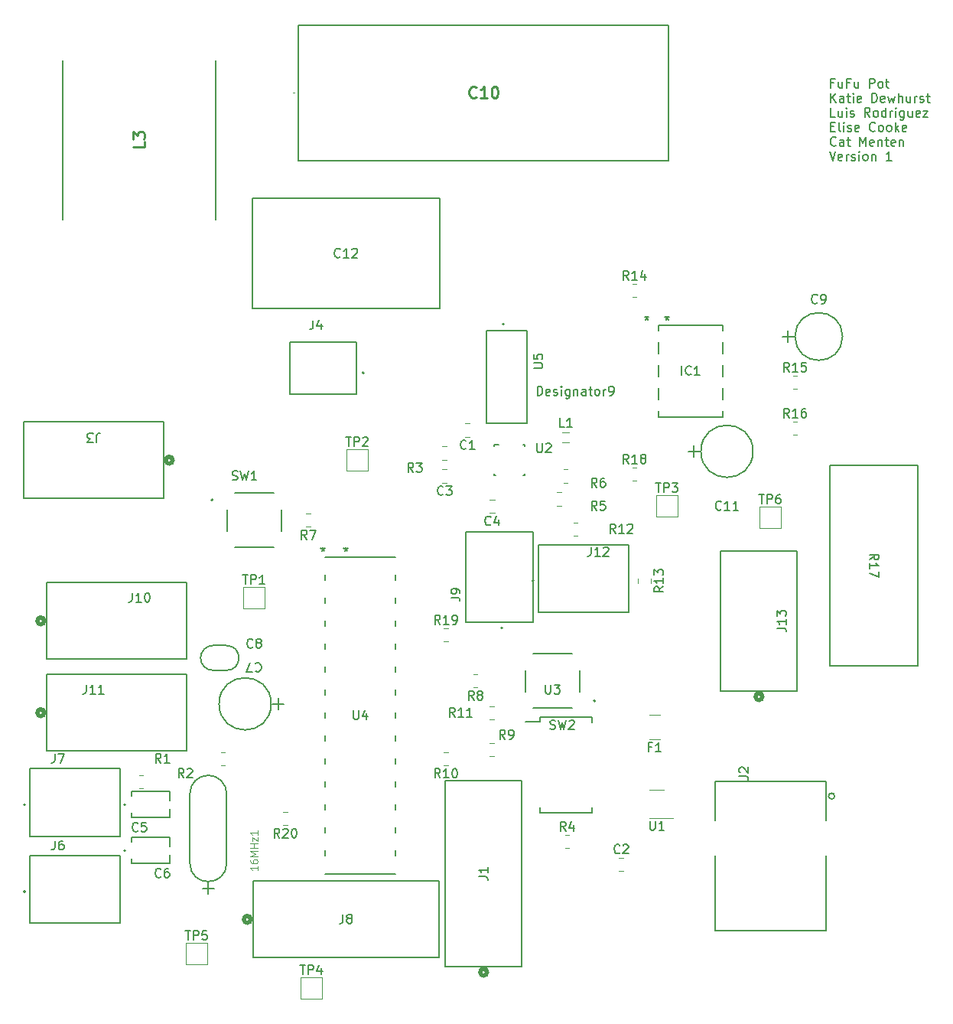
<source format=gbr>
%TF.GenerationSoftware,KiCad,Pcbnew,7.0.8*%
%TF.CreationDate,2023-11-20T12:48:28-05:00*%
%TF.ProjectId,Fufupot,46756675-706f-4742-9e6b-696361645f70,rev?*%
%TF.SameCoordinates,Original*%
%TF.FileFunction,Legend,Top*%
%TF.FilePolarity,Positive*%
%FSLAX46Y46*%
G04 Gerber Fmt 4.6, Leading zero omitted, Abs format (unit mm)*
G04 Created by KiCad (PCBNEW 7.0.8) date 2023-11-20 12:48:28*
%MOMM*%
%LPD*%
G01*
G04 APERTURE LIST*
%ADD10C,0.150000*%
%ADD11C,0.254000*%
%ADD12C,0.100000*%
%ADD13C,0.120000*%
%ADD14C,0.200000*%
%ADD15C,0.152400*%
%ADD16C,0.127000*%
%ADD17C,0.508000*%
G04 APERTURE END LIST*
D10*
X147990112Y-54796009D02*
X147656779Y-54796009D01*
X147656779Y-55319819D02*
X147656779Y-54319819D01*
X147656779Y-54319819D02*
X148132969Y-54319819D01*
X148942493Y-54653152D02*
X148942493Y-55319819D01*
X148513922Y-54653152D02*
X148513922Y-55176961D01*
X148513922Y-55176961D02*
X148561541Y-55272200D01*
X148561541Y-55272200D02*
X148656779Y-55319819D01*
X148656779Y-55319819D02*
X148799636Y-55319819D01*
X148799636Y-55319819D02*
X148894874Y-55272200D01*
X148894874Y-55272200D02*
X148942493Y-55224580D01*
X149752017Y-54796009D02*
X149418684Y-54796009D01*
X149418684Y-55319819D02*
X149418684Y-54319819D01*
X149418684Y-54319819D02*
X149894874Y-54319819D01*
X150704398Y-54653152D02*
X150704398Y-55319819D01*
X150275827Y-54653152D02*
X150275827Y-55176961D01*
X150275827Y-55176961D02*
X150323446Y-55272200D01*
X150323446Y-55272200D02*
X150418684Y-55319819D01*
X150418684Y-55319819D02*
X150561541Y-55319819D01*
X150561541Y-55319819D02*
X150656779Y-55272200D01*
X150656779Y-55272200D02*
X150704398Y-55224580D01*
X151942494Y-55319819D02*
X151942494Y-54319819D01*
X151942494Y-54319819D02*
X152323446Y-54319819D01*
X152323446Y-54319819D02*
X152418684Y-54367438D01*
X152418684Y-54367438D02*
X152466303Y-54415057D01*
X152466303Y-54415057D02*
X152513922Y-54510295D01*
X152513922Y-54510295D02*
X152513922Y-54653152D01*
X152513922Y-54653152D02*
X152466303Y-54748390D01*
X152466303Y-54748390D02*
X152418684Y-54796009D01*
X152418684Y-54796009D02*
X152323446Y-54843628D01*
X152323446Y-54843628D02*
X151942494Y-54843628D01*
X153085351Y-55319819D02*
X152990113Y-55272200D01*
X152990113Y-55272200D02*
X152942494Y-55224580D01*
X152942494Y-55224580D02*
X152894875Y-55129342D01*
X152894875Y-55129342D02*
X152894875Y-54843628D01*
X152894875Y-54843628D02*
X152942494Y-54748390D01*
X152942494Y-54748390D02*
X152990113Y-54700771D01*
X152990113Y-54700771D02*
X153085351Y-54653152D01*
X153085351Y-54653152D02*
X153228208Y-54653152D01*
X153228208Y-54653152D02*
X153323446Y-54700771D01*
X153323446Y-54700771D02*
X153371065Y-54748390D01*
X153371065Y-54748390D02*
X153418684Y-54843628D01*
X153418684Y-54843628D02*
X153418684Y-55129342D01*
X153418684Y-55129342D02*
X153371065Y-55224580D01*
X153371065Y-55224580D02*
X153323446Y-55272200D01*
X153323446Y-55272200D02*
X153228208Y-55319819D01*
X153228208Y-55319819D02*
X153085351Y-55319819D01*
X153704399Y-54653152D02*
X154085351Y-54653152D01*
X153847256Y-54319819D02*
X153847256Y-55176961D01*
X153847256Y-55176961D02*
X153894875Y-55272200D01*
X153894875Y-55272200D02*
X153990113Y-55319819D01*
X153990113Y-55319819D02*
X154085351Y-55319819D01*
X147656779Y-56929819D02*
X147656779Y-55929819D01*
X148228207Y-56929819D02*
X147799636Y-56358390D01*
X148228207Y-55929819D02*
X147656779Y-56501247D01*
X149085350Y-56929819D02*
X149085350Y-56406009D01*
X149085350Y-56406009D02*
X149037731Y-56310771D01*
X149037731Y-56310771D02*
X148942493Y-56263152D01*
X148942493Y-56263152D02*
X148752017Y-56263152D01*
X148752017Y-56263152D02*
X148656779Y-56310771D01*
X149085350Y-56882200D02*
X148990112Y-56929819D01*
X148990112Y-56929819D02*
X148752017Y-56929819D01*
X148752017Y-56929819D02*
X148656779Y-56882200D01*
X148656779Y-56882200D02*
X148609160Y-56786961D01*
X148609160Y-56786961D02*
X148609160Y-56691723D01*
X148609160Y-56691723D02*
X148656779Y-56596485D01*
X148656779Y-56596485D02*
X148752017Y-56548866D01*
X148752017Y-56548866D02*
X148990112Y-56548866D01*
X148990112Y-56548866D02*
X149085350Y-56501247D01*
X149418684Y-56263152D02*
X149799636Y-56263152D01*
X149561541Y-55929819D02*
X149561541Y-56786961D01*
X149561541Y-56786961D02*
X149609160Y-56882200D01*
X149609160Y-56882200D02*
X149704398Y-56929819D01*
X149704398Y-56929819D02*
X149799636Y-56929819D01*
X150132970Y-56929819D02*
X150132970Y-56263152D01*
X150132970Y-55929819D02*
X150085351Y-55977438D01*
X150085351Y-55977438D02*
X150132970Y-56025057D01*
X150132970Y-56025057D02*
X150180589Y-55977438D01*
X150180589Y-55977438D02*
X150132970Y-55929819D01*
X150132970Y-55929819D02*
X150132970Y-56025057D01*
X150990112Y-56882200D02*
X150894874Y-56929819D01*
X150894874Y-56929819D02*
X150704398Y-56929819D01*
X150704398Y-56929819D02*
X150609160Y-56882200D01*
X150609160Y-56882200D02*
X150561541Y-56786961D01*
X150561541Y-56786961D02*
X150561541Y-56406009D01*
X150561541Y-56406009D02*
X150609160Y-56310771D01*
X150609160Y-56310771D02*
X150704398Y-56263152D01*
X150704398Y-56263152D02*
X150894874Y-56263152D01*
X150894874Y-56263152D02*
X150990112Y-56310771D01*
X150990112Y-56310771D02*
X151037731Y-56406009D01*
X151037731Y-56406009D02*
X151037731Y-56501247D01*
X151037731Y-56501247D02*
X150561541Y-56596485D01*
X152228208Y-56929819D02*
X152228208Y-55929819D01*
X152228208Y-55929819D02*
X152466303Y-55929819D01*
X152466303Y-55929819D02*
X152609160Y-55977438D01*
X152609160Y-55977438D02*
X152704398Y-56072676D01*
X152704398Y-56072676D02*
X152752017Y-56167914D01*
X152752017Y-56167914D02*
X152799636Y-56358390D01*
X152799636Y-56358390D02*
X152799636Y-56501247D01*
X152799636Y-56501247D02*
X152752017Y-56691723D01*
X152752017Y-56691723D02*
X152704398Y-56786961D01*
X152704398Y-56786961D02*
X152609160Y-56882200D01*
X152609160Y-56882200D02*
X152466303Y-56929819D01*
X152466303Y-56929819D02*
X152228208Y-56929819D01*
X153609160Y-56882200D02*
X153513922Y-56929819D01*
X153513922Y-56929819D02*
X153323446Y-56929819D01*
X153323446Y-56929819D02*
X153228208Y-56882200D01*
X153228208Y-56882200D02*
X153180589Y-56786961D01*
X153180589Y-56786961D02*
X153180589Y-56406009D01*
X153180589Y-56406009D02*
X153228208Y-56310771D01*
X153228208Y-56310771D02*
X153323446Y-56263152D01*
X153323446Y-56263152D02*
X153513922Y-56263152D01*
X153513922Y-56263152D02*
X153609160Y-56310771D01*
X153609160Y-56310771D02*
X153656779Y-56406009D01*
X153656779Y-56406009D02*
X153656779Y-56501247D01*
X153656779Y-56501247D02*
X153180589Y-56596485D01*
X153990113Y-56263152D02*
X154180589Y-56929819D01*
X154180589Y-56929819D02*
X154371065Y-56453628D01*
X154371065Y-56453628D02*
X154561541Y-56929819D01*
X154561541Y-56929819D02*
X154752017Y-56263152D01*
X155132970Y-56929819D02*
X155132970Y-55929819D01*
X155561541Y-56929819D02*
X155561541Y-56406009D01*
X155561541Y-56406009D02*
X155513922Y-56310771D01*
X155513922Y-56310771D02*
X155418684Y-56263152D01*
X155418684Y-56263152D02*
X155275827Y-56263152D01*
X155275827Y-56263152D02*
X155180589Y-56310771D01*
X155180589Y-56310771D02*
X155132970Y-56358390D01*
X156466303Y-56263152D02*
X156466303Y-56929819D01*
X156037732Y-56263152D02*
X156037732Y-56786961D01*
X156037732Y-56786961D02*
X156085351Y-56882200D01*
X156085351Y-56882200D02*
X156180589Y-56929819D01*
X156180589Y-56929819D02*
X156323446Y-56929819D01*
X156323446Y-56929819D02*
X156418684Y-56882200D01*
X156418684Y-56882200D02*
X156466303Y-56834580D01*
X156942494Y-56929819D02*
X156942494Y-56263152D01*
X156942494Y-56453628D02*
X156990113Y-56358390D01*
X156990113Y-56358390D02*
X157037732Y-56310771D01*
X157037732Y-56310771D02*
X157132970Y-56263152D01*
X157132970Y-56263152D02*
X157228208Y-56263152D01*
X157513923Y-56882200D02*
X157609161Y-56929819D01*
X157609161Y-56929819D02*
X157799637Y-56929819D01*
X157799637Y-56929819D02*
X157894875Y-56882200D01*
X157894875Y-56882200D02*
X157942494Y-56786961D01*
X157942494Y-56786961D02*
X157942494Y-56739342D01*
X157942494Y-56739342D02*
X157894875Y-56644104D01*
X157894875Y-56644104D02*
X157799637Y-56596485D01*
X157799637Y-56596485D02*
X157656780Y-56596485D01*
X157656780Y-56596485D02*
X157561542Y-56548866D01*
X157561542Y-56548866D02*
X157513923Y-56453628D01*
X157513923Y-56453628D02*
X157513923Y-56406009D01*
X157513923Y-56406009D02*
X157561542Y-56310771D01*
X157561542Y-56310771D02*
X157656780Y-56263152D01*
X157656780Y-56263152D02*
X157799637Y-56263152D01*
X157799637Y-56263152D02*
X157894875Y-56310771D01*
X158228209Y-56263152D02*
X158609161Y-56263152D01*
X158371066Y-55929819D02*
X158371066Y-56786961D01*
X158371066Y-56786961D02*
X158418685Y-56882200D01*
X158418685Y-56882200D02*
X158513923Y-56929819D01*
X158513923Y-56929819D02*
X158609161Y-56929819D01*
X148132969Y-58539819D02*
X147656779Y-58539819D01*
X147656779Y-58539819D02*
X147656779Y-57539819D01*
X148894874Y-57873152D02*
X148894874Y-58539819D01*
X148466303Y-57873152D02*
X148466303Y-58396961D01*
X148466303Y-58396961D02*
X148513922Y-58492200D01*
X148513922Y-58492200D02*
X148609160Y-58539819D01*
X148609160Y-58539819D02*
X148752017Y-58539819D01*
X148752017Y-58539819D02*
X148847255Y-58492200D01*
X148847255Y-58492200D02*
X148894874Y-58444580D01*
X149371065Y-58539819D02*
X149371065Y-57873152D01*
X149371065Y-57539819D02*
X149323446Y-57587438D01*
X149323446Y-57587438D02*
X149371065Y-57635057D01*
X149371065Y-57635057D02*
X149418684Y-57587438D01*
X149418684Y-57587438D02*
X149371065Y-57539819D01*
X149371065Y-57539819D02*
X149371065Y-57635057D01*
X149799636Y-58492200D02*
X149894874Y-58539819D01*
X149894874Y-58539819D02*
X150085350Y-58539819D01*
X150085350Y-58539819D02*
X150180588Y-58492200D01*
X150180588Y-58492200D02*
X150228207Y-58396961D01*
X150228207Y-58396961D02*
X150228207Y-58349342D01*
X150228207Y-58349342D02*
X150180588Y-58254104D01*
X150180588Y-58254104D02*
X150085350Y-58206485D01*
X150085350Y-58206485D02*
X149942493Y-58206485D01*
X149942493Y-58206485D02*
X149847255Y-58158866D01*
X149847255Y-58158866D02*
X149799636Y-58063628D01*
X149799636Y-58063628D02*
X149799636Y-58016009D01*
X149799636Y-58016009D02*
X149847255Y-57920771D01*
X149847255Y-57920771D02*
X149942493Y-57873152D01*
X149942493Y-57873152D02*
X150085350Y-57873152D01*
X150085350Y-57873152D02*
X150180588Y-57920771D01*
X151990112Y-58539819D02*
X151656779Y-58063628D01*
X151418684Y-58539819D02*
X151418684Y-57539819D01*
X151418684Y-57539819D02*
X151799636Y-57539819D01*
X151799636Y-57539819D02*
X151894874Y-57587438D01*
X151894874Y-57587438D02*
X151942493Y-57635057D01*
X151942493Y-57635057D02*
X151990112Y-57730295D01*
X151990112Y-57730295D02*
X151990112Y-57873152D01*
X151990112Y-57873152D02*
X151942493Y-57968390D01*
X151942493Y-57968390D02*
X151894874Y-58016009D01*
X151894874Y-58016009D02*
X151799636Y-58063628D01*
X151799636Y-58063628D02*
X151418684Y-58063628D01*
X152561541Y-58539819D02*
X152466303Y-58492200D01*
X152466303Y-58492200D02*
X152418684Y-58444580D01*
X152418684Y-58444580D02*
X152371065Y-58349342D01*
X152371065Y-58349342D02*
X152371065Y-58063628D01*
X152371065Y-58063628D02*
X152418684Y-57968390D01*
X152418684Y-57968390D02*
X152466303Y-57920771D01*
X152466303Y-57920771D02*
X152561541Y-57873152D01*
X152561541Y-57873152D02*
X152704398Y-57873152D01*
X152704398Y-57873152D02*
X152799636Y-57920771D01*
X152799636Y-57920771D02*
X152847255Y-57968390D01*
X152847255Y-57968390D02*
X152894874Y-58063628D01*
X152894874Y-58063628D02*
X152894874Y-58349342D01*
X152894874Y-58349342D02*
X152847255Y-58444580D01*
X152847255Y-58444580D02*
X152799636Y-58492200D01*
X152799636Y-58492200D02*
X152704398Y-58539819D01*
X152704398Y-58539819D02*
X152561541Y-58539819D01*
X153752017Y-58539819D02*
X153752017Y-57539819D01*
X153752017Y-58492200D02*
X153656779Y-58539819D01*
X153656779Y-58539819D02*
X153466303Y-58539819D01*
X153466303Y-58539819D02*
X153371065Y-58492200D01*
X153371065Y-58492200D02*
X153323446Y-58444580D01*
X153323446Y-58444580D02*
X153275827Y-58349342D01*
X153275827Y-58349342D02*
X153275827Y-58063628D01*
X153275827Y-58063628D02*
X153323446Y-57968390D01*
X153323446Y-57968390D02*
X153371065Y-57920771D01*
X153371065Y-57920771D02*
X153466303Y-57873152D01*
X153466303Y-57873152D02*
X153656779Y-57873152D01*
X153656779Y-57873152D02*
X153752017Y-57920771D01*
X154228208Y-58539819D02*
X154228208Y-57873152D01*
X154228208Y-58063628D02*
X154275827Y-57968390D01*
X154275827Y-57968390D02*
X154323446Y-57920771D01*
X154323446Y-57920771D02*
X154418684Y-57873152D01*
X154418684Y-57873152D02*
X154513922Y-57873152D01*
X154847256Y-58539819D02*
X154847256Y-57873152D01*
X154847256Y-57539819D02*
X154799637Y-57587438D01*
X154799637Y-57587438D02*
X154847256Y-57635057D01*
X154847256Y-57635057D02*
X154894875Y-57587438D01*
X154894875Y-57587438D02*
X154847256Y-57539819D01*
X154847256Y-57539819D02*
X154847256Y-57635057D01*
X155752017Y-57873152D02*
X155752017Y-58682676D01*
X155752017Y-58682676D02*
X155704398Y-58777914D01*
X155704398Y-58777914D02*
X155656779Y-58825533D01*
X155656779Y-58825533D02*
X155561541Y-58873152D01*
X155561541Y-58873152D02*
X155418684Y-58873152D01*
X155418684Y-58873152D02*
X155323446Y-58825533D01*
X155752017Y-58492200D02*
X155656779Y-58539819D01*
X155656779Y-58539819D02*
X155466303Y-58539819D01*
X155466303Y-58539819D02*
X155371065Y-58492200D01*
X155371065Y-58492200D02*
X155323446Y-58444580D01*
X155323446Y-58444580D02*
X155275827Y-58349342D01*
X155275827Y-58349342D02*
X155275827Y-58063628D01*
X155275827Y-58063628D02*
X155323446Y-57968390D01*
X155323446Y-57968390D02*
X155371065Y-57920771D01*
X155371065Y-57920771D02*
X155466303Y-57873152D01*
X155466303Y-57873152D02*
X155656779Y-57873152D01*
X155656779Y-57873152D02*
X155752017Y-57920771D01*
X156656779Y-57873152D02*
X156656779Y-58539819D01*
X156228208Y-57873152D02*
X156228208Y-58396961D01*
X156228208Y-58396961D02*
X156275827Y-58492200D01*
X156275827Y-58492200D02*
X156371065Y-58539819D01*
X156371065Y-58539819D02*
X156513922Y-58539819D01*
X156513922Y-58539819D02*
X156609160Y-58492200D01*
X156609160Y-58492200D02*
X156656779Y-58444580D01*
X157513922Y-58492200D02*
X157418684Y-58539819D01*
X157418684Y-58539819D02*
X157228208Y-58539819D01*
X157228208Y-58539819D02*
X157132970Y-58492200D01*
X157132970Y-58492200D02*
X157085351Y-58396961D01*
X157085351Y-58396961D02*
X157085351Y-58016009D01*
X157085351Y-58016009D02*
X157132970Y-57920771D01*
X157132970Y-57920771D02*
X157228208Y-57873152D01*
X157228208Y-57873152D02*
X157418684Y-57873152D01*
X157418684Y-57873152D02*
X157513922Y-57920771D01*
X157513922Y-57920771D02*
X157561541Y-58016009D01*
X157561541Y-58016009D02*
X157561541Y-58111247D01*
X157561541Y-58111247D02*
X157085351Y-58206485D01*
X157894875Y-57873152D02*
X158418684Y-57873152D01*
X158418684Y-57873152D02*
X157894875Y-58539819D01*
X157894875Y-58539819D02*
X158418684Y-58539819D01*
X147656779Y-59626009D02*
X147990112Y-59626009D01*
X148132969Y-60149819D02*
X147656779Y-60149819D01*
X147656779Y-60149819D02*
X147656779Y-59149819D01*
X147656779Y-59149819D02*
X148132969Y-59149819D01*
X148704398Y-60149819D02*
X148609160Y-60102200D01*
X148609160Y-60102200D02*
X148561541Y-60006961D01*
X148561541Y-60006961D02*
X148561541Y-59149819D01*
X149085351Y-60149819D02*
X149085351Y-59483152D01*
X149085351Y-59149819D02*
X149037732Y-59197438D01*
X149037732Y-59197438D02*
X149085351Y-59245057D01*
X149085351Y-59245057D02*
X149132970Y-59197438D01*
X149132970Y-59197438D02*
X149085351Y-59149819D01*
X149085351Y-59149819D02*
X149085351Y-59245057D01*
X149513922Y-60102200D02*
X149609160Y-60149819D01*
X149609160Y-60149819D02*
X149799636Y-60149819D01*
X149799636Y-60149819D02*
X149894874Y-60102200D01*
X149894874Y-60102200D02*
X149942493Y-60006961D01*
X149942493Y-60006961D02*
X149942493Y-59959342D01*
X149942493Y-59959342D02*
X149894874Y-59864104D01*
X149894874Y-59864104D02*
X149799636Y-59816485D01*
X149799636Y-59816485D02*
X149656779Y-59816485D01*
X149656779Y-59816485D02*
X149561541Y-59768866D01*
X149561541Y-59768866D02*
X149513922Y-59673628D01*
X149513922Y-59673628D02*
X149513922Y-59626009D01*
X149513922Y-59626009D02*
X149561541Y-59530771D01*
X149561541Y-59530771D02*
X149656779Y-59483152D01*
X149656779Y-59483152D02*
X149799636Y-59483152D01*
X149799636Y-59483152D02*
X149894874Y-59530771D01*
X150752017Y-60102200D02*
X150656779Y-60149819D01*
X150656779Y-60149819D02*
X150466303Y-60149819D01*
X150466303Y-60149819D02*
X150371065Y-60102200D01*
X150371065Y-60102200D02*
X150323446Y-60006961D01*
X150323446Y-60006961D02*
X150323446Y-59626009D01*
X150323446Y-59626009D02*
X150371065Y-59530771D01*
X150371065Y-59530771D02*
X150466303Y-59483152D01*
X150466303Y-59483152D02*
X150656779Y-59483152D01*
X150656779Y-59483152D02*
X150752017Y-59530771D01*
X150752017Y-59530771D02*
X150799636Y-59626009D01*
X150799636Y-59626009D02*
X150799636Y-59721247D01*
X150799636Y-59721247D02*
X150323446Y-59816485D01*
X152561541Y-60054580D02*
X152513922Y-60102200D01*
X152513922Y-60102200D02*
X152371065Y-60149819D01*
X152371065Y-60149819D02*
X152275827Y-60149819D01*
X152275827Y-60149819D02*
X152132970Y-60102200D01*
X152132970Y-60102200D02*
X152037732Y-60006961D01*
X152037732Y-60006961D02*
X151990113Y-59911723D01*
X151990113Y-59911723D02*
X151942494Y-59721247D01*
X151942494Y-59721247D02*
X151942494Y-59578390D01*
X151942494Y-59578390D02*
X151990113Y-59387914D01*
X151990113Y-59387914D02*
X152037732Y-59292676D01*
X152037732Y-59292676D02*
X152132970Y-59197438D01*
X152132970Y-59197438D02*
X152275827Y-59149819D01*
X152275827Y-59149819D02*
X152371065Y-59149819D01*
X152371065Y-59149819D02*
X152513922Y-59197438D01*
X152513922Y-59197438D02*
X152561541Y-59245057D01*
X153132970Y-60149819D02*
X153037732Y-60102200D01*
X153037732Y-60102200D02*
X152990113Y-60054580D01*
X152990113Y-60054580D02*
X152942494Y-59959342D01*
X152942494Y-59959342D02*
X152942494Y-59673628D01*
X152942494Y-59673628D02*
X152990113Y-59578390D01*
X152990113Y-59578390D02*
X153037732Y-59530771D01*
X153037732Y-59530771D02*
X153132970Y-59483152D01*
X153132970Y-59483152D02*
X153275827Y-59483152D01*
X153275827Y-59483152D02*
X153371065Y-59530771D01*
X153371065Y-59530771D02*
X153418684Y-59578390D01*
X153418684Y-59578390D02*
X153466303Y-59673628D01*
X153466303Y-59673628D02*
X153466303Y-59959342D01*
X153466303Y-59959342D02*
X153418684Y-60054580D01*
X153418684Y-60054580D02*
X153371065Y-60102200D01*
X153371065Y-60102200D02*
X153275827Y-60149819D01*
X153275827Y-60149819D02*
X153132970Y-60149819D01*
X154037732Y-60149819D02*
X153942494Y-60102200D01*
X153942494Y-60102200D02*
X153894875Y-60054580D01*
X153894875Y-60054580D02*
X153847256Y-59959342D01*
X153847256Y-59959342D02*
X153847256Y-59673628D01*
X153847256Y-59673628D02*
X153894875Y-59578390D01*
X153894875Y-59578390D02*
X153942494Y-59530771D01*
X153942494Y-59530771D02*
X154037732Y-59483152D01*
X154037732Y-59483152D02*
X154180589Y-59483152D01*
X154180589Y-59483152D02*
X154275827Y-59530771D01*
X154275827Y-59530771D02*
X154323446Y-59578390D01*
X154323446Y-59578390D02*
X154371065Y-59673628D01*
X154371065Y-59673628D02*
X154371065Y-59959342D01*
X154371065Y-59959342D02*
X154323446Y-60054580D01*
X154323446Y-60054580D02*
X154275827Y-60102200D01*
X154275827Y-60102200D02*
X154180589Y-60149819D01*
X154180589Y-60149819D02*
X154037732Y-60149819D01*
X154799637Y-60149819D02*
X154799637Y-59149819D01*
X154894875Y-59768866D02*
X155180589Y-60149819D01*
X155180589Y-59483152D02*
X154799637Y-59864104D01*
X155990113Y-60102200D02*
X155894875Y-60149819D01*
X155894875Y-60149819D02*
X155704399Y-60149819D01*
X155704399Y-60149819D02*
X155609161Y-60102200D01*
X155609161Y-60102200D02*
X155561542Y-60006961D01*
X155561542Y-60006961D02*
X155561542Y-59626009D01*
X155561542Y-59626009D02*
X155609161Y-59530771D01*
X155609161Y-59530771D02*
X155704399Y-59483152D01*
X155704399Y-59483152D02*
X155894875Y-59483152D01*
X155894875Y-59483152D02*
X155990113Y-59530771D01*
X155990113Y-59530771D02*
X156037732Y-59626009D01*
X156037732Y-59626009D02*
X156037732Y-59721247D01*
X156037732Y-59721247D02*
X155561542Y-59816485D01*
X148228207Y-61664580D02*
X148180588Y-61712200D01*
X148180588Y-61712200D02*
X148037731Y-61759819D01*
X148037731Y-61759819D02*
X147942493Y-61759819D01*
X147942493Y-61759819D02*
X147799636Y-61712200D01*
X147799636Y-61712200D02*
X147704398Y-61616961D01*
X147704398Y-61616961D02*
X147656779Y-61521723D01*
X147656779Y-61521723D02*
X147609160Y-61331247D01*
X147609160Y-61331247D02*
X147609160Y-61188390D01*
X147609160Y-61188390D02*
X147656779Y-60997914D01*
X147656779Y-60997914D02*
X147704398Y-60902676D01*
X147704398Y-60902676D02*
X147799636Y-60807438D01*
X147799636Y-60807438D02*
X147942493Y-60759819D01*
X147942493Y-60759819D02*
X148037731Y-60759819D01*
X148037731Y-60759819D02*
X148180588Y-60807438D01*
X148180588Y-60807438D02*
X148228207Y-60855057D01*
X149085350Y-61759819D02*
X149085350Y-61236009D01*
X149085350Y-61236009D02*
X149037731Y-61140771D01*
X149037731Y-61140771D02*
X148942493Y-61093152D01*
X148942493Y-61093152D02*
X148752017Y-61093152D01*
X148752017Y-61093152D02*
X148656779Y-61140771D01*
X149085350Y-61712200D02*
X148990112Y-61759819D01*
X148990112Y-61759819D02*
X148752017Y-61759819D01*
X148752017Y-61759819D02*
X148656779Y-61712200D01*
X148656779Y-61712200D02*
X148609160Y-61616961D01*
X148609160Y-61616961D02*
X148609160Y-61521723D01*
X148609160Y-61521723D02*
X148656779Y-61426485D01*
X148656779Y-61426485D02*
X148752017Y-61378866D01*
X148752017Y-61378866D02*
X148990112Y-61378866D01*
X148990112Y-61378866D02*
X149085350Y-61331247D01*
X149418684Y-61093152D02*
X149799636Y-61093152D01*
X149561541Y-60759819D02*
X149561541Y-61616961D01*
X149561541Y-61616961D02*
X149609160Y-61712200D01*
X149609160Y-61712200D02*
X149704398Y-61759819D01*
X149704398Y-61759819D02*
X149799636Y-61759819D01*
X150894875Y-61759819D02*
X150894875Y-60759819D01*
X150894875Y-60759819D02*
X151228208Y-61474104D01*
X151228208Y-61474104D02*
X151561541Y-60759819D01*
X151561541Y-60759819D02*
X151561541Y-61759819D01*
X152418684Y-61712200D02*
X152323446Y-61759819D01*
X152323446Y-61759819D02*
X152132970Y-61759819D01*
X152132970Y-61759819D02*
X152037732Y-61712200D01*
X152037732Y-61712200D02*
X151990113Y-61616961D01*
X151990113Y-61616961D02*
X151990113Y-61236009D01*
X151990113Y-61236009D02*
X152037732Y-61140771D01*
X152037732Y-61140771D02*
X152132970Y-61093152D01*
X152132970Y-61093152D02*
X152323446Y-61093152D01*
X152323446Y-61093152D02*
X152418684Y-61140771D01*
X152418684Y-61140771D02*
X152466303Y-61236009D01*
X152466303Y-61236009D02*
X152466303Y-61331247D01*
X152466303Y-61331247D02*
X151990113Y-61426485D01*
X152894875Y-61093152D02*
X152894875Y-61759819D01*
X152894875Y-61188390D02*
X152942494Y-61140771D01*
X152942494Y-61140771D02*
X153037732Y-61093152D01*
X153037732Y-61093152D02*
X153180589Y-61093152D01*
X153180589Y-61093152D02*
X153275827Y-61140771D01*
X153275827Y-61140771D02*
X153323446Y-61236009D01*
X153323446Y-61236009D02*
X153323446Y-61759819D01*
X153656780Y-61093152D02*
X154037732Y-61093152D01*
X153799637Y-60759819D02*
X153799637Y-61616961D01*
X153799637Y-61616961D02*
X153847256Y-61712200D01*
X153847256Y-61712200D02*
X153942494Y-61759819D01*
X153942494Y-61759819D02*
X154037732Y-61759819D01*
X154752018Y-61712200D02*
X154656780Y-61759819D01*
X154656780Y-61759819D02*
X154466304Y-61759819D01*
X154466304Y-61759819D02*
X154371066Y-61712200D01*
X154371066Y-61712200D02*
X154323447Y-61616961D01*
X154323447Y-61616961D02*
X154323447Y-61236009D01*
X154323447Y-61236009D02*
X154371066Y-61140771D01*
X154371066Y-61140771D02*
X154466304Y-61093152D01*
X154466304Y-61093152D02*
X154656780Y-61093152D01*
X154656780Y-61093152D02*
X154752018Y-61140771D01*
X154752018Y-61140771D02*
X154799637Y-61236009D01*
X154799637Y-61236009D02*
X154799637Y-61331247D01*
X154799637Y-61331247D02*
X154323447Y-61426485D01*
X155228209Y-61093152D02*
X155228209Y-61759819D01*
X155228209Y-61188390D02*
X155275828Y-61140771D01*
X155275828Y-61140771D02*
X155371066Y-61093152D01*
X155371066Y-61093152D02*
X155513923Y-61093152D01*
X155513923Y-61093152D02*
X155609161Y-61140771D01*
X155609161Y-61140771D02*
X155656780Y-61236009D01*
X155656780Y-61236009D02*
X155656780Y-61759819D01*
X147513922Y-62369819D02*
X147847255Y-63369819D01*
X147847255Y-63369819D02*
X148180588Y-62369819D01*
X148894874Y-63322200D02*
X148799636Y-63369819D01*
X148799636Y-63369819D02*
X148609160Y-63369819D01*
X148609160Y-63369819D02*
X148513922Y-63322200D01*
X148513922Y-63322200D02*
X148466303Y-63226961D01*
X148466303Y-63226961D02*
X148466303Y-62846009D01*
X148466303Y-62846009D02*
X148513922Y-62750771D01*
X148513922Y-62750771D02*
X148609160Y-62703152D01*
X148609160Y-62703152D02*
X148799636Y-62703152D01*
X148799636Y-62703152D02*
X148894874Y-62750771D01*
X148894874Y-62750771D02*
X148942493Y-62846009D01*
X148942493Y-62846009D02*
X148942493Y-62941247D01*
X148942493Y-62941247D02*
X148466303Y-63036485D01*
X149371065Y-63369819D02*
X149371065Y-62703152D01*
X149371065Y-62893628D02*
X149418684Y-62798390D01*
X149418684Y-62798390D02*
X149466303Y-62750771D01*
X149466303Y-62750771D02*
X149561541Y-62703152D01*
X149561541Y-62703152D02*
X149656779Y-62703152D01*
X149942494Y-63322200D02*
X150037732Y-63369819D01*
X150037732Y-63369819D02*
X150228208Y-63369819D01*
X150228208Y-63369819D02*
X150323446Y-63322200D01*
X150323446Y-63322200D02*
X150371065Y-63226961D01*
X150371065Y-63226961D02*
X150371065Y-63179342D01*
X150371065Y-63179342D02*
X150323446Y-63084104D01*
X150323446Y-63084104D02*
X150228208Y-63036485D01*
X150228208Y-63036485D02*
X150085351Y-63036485D01*
X150085351Y-63036485D02*
X149990113Y-62988866D01*
X149990113Y-62988866D02*
X149942494Y-62893628D01*
X149942494Y-62893628D02*
X149942494Y-62846009D01*
X149942494Y-62846009D02*
X149990113Y-62750771D01*
X149990113Y-62750771D02*
X150085351Y-62703152D01*
X150085351Y-62703152D02*
X150228208Y-62703152D01*
X150228208Y-62703152D02*
X150323446Y-62750771D01*
X150799637Y-63369819D02*
X150799637Y-62703152D01*
X150799637Y-62369819D02*
X150752018Y-62417438D01*
X150752018Y-62417438D02*
X150799637Y-62465057D01*
X150799637Y-62465057D02*
X150847256Y-62417438D01*
X150847256Y-62417438D02*
X150799637Y-62369819D01*
X150799637Y-62369819D02*
X150799637Y-62465057D01*
X151418684Y-63369819D02*
X151323446Y-63322200D01*
X151323446Y-63322200D02*
X151275827Y-63274580D01*
X151275827Y-63274580D02*
X151228208Y-63179342D01*
X151228208Y-63179342D02*
X151228208Y-62893628D01*
X151228208Y-62893628D02*
X151275827Y-62798390D01*
X151275827Y-62798390D02*
X151323446Y-62750771D01*
X151323446Y-62750771D02*
X151418684Y-62703152D01*
X151418684Y-62703152D02*
X151561541Y-62703152D01*
X151561541Y-62703152D02*
X151656779Y-62750771D01*
X151656779Y-62750771D02*
X151704398Y-62798390D01*
X151704398Y-62798390D02*
X151752017Y-62893628D01*
X151752017Y-62893628D02*
X151752017Y-63179342D01*
X151752017Y-63179342D02*
X151704398Y-63274580D01*
X151704398Y-63274580D02*
X151656779Y-63322200D01*
X151656779Y-63322200D02*
X151561541Y-63369819D01*
X151561541Y-63369819D02*
X151418684Y-63369819D01*
X152180589Y-62703152D02*
X152180589Y-63369819D01*
X152180589Y-62798390D02*
X152228208Y-62750771D01*
X152228208Y-62750771D02*
X152323446Y-62703152D01*
X152323446Y-62703152D02*
X152466303Y-62703152D01*
X152466303Y-62703152D02*
X152561541Y-62750771D01*
X152561541Y-62750771D02*
X152609160Y-62846009D01*
X152609160Y-62846009D02*
X152609160Y-63369819D01*
X154371065Y-63369819D02*
X153799637Y-63369819D01*
X154085351Y-63369819D02*
X154085351Y-62369819D01*
X154085351Y-62369819D02*
X153990113Y-62512676D01*
X153990113Y-62512676D02*
X153894875Y-62607914D01*
X153894875Y-62607914D02*
X153799637Y-62655533D01*
X139708095Y-100326819D02*
X140279523Y-100326819D01*
X139993809Y-101326819D02*
X139993809Y-100326819D01*
X140612857Y-101326819D02*
X140612857Y-100326819D01*
X140612857Y-100326819D02*
X140993809Y-100326819D01*
X140993809Y-100326819D02*
X141089047Y-100374438D01*
X141089047Y-100374438D02*
X141136666Y-100422057D01*
X141136666Y-100422057D02*
X141184285Y-100517295D01*
X141184285Y-100517295D02*
X141184285Y-100660152D01*
X141184285Y-100660152D02*
X141136666Y-100755390D01*
X141136666Y-100755390D02*
X141089047Y-100803009D01*
X141089047Y-100803009D02*
X140993809Y-100850628D01*
X140993809Y-100850628D02*
X140612857Y-100850628D01*
X142041428Y-100326819D02*
X141850952Y-100326819D01*
X141850952Y-100326819D02*
X141755714Y-100374438D01*
X141755714Y-100374438D02*
X141708095Y-100422057D01*
X141708095Y-100422057D02*
X141612857Y-100564914D01*
X141612857Y-100564914D02*
X141565238Y-100755390D01*
X141565238Y-100755390D02*
X141565238Y-101136342D01*
X141565238Y-101136342D02*
X141612857Y-101231580D01*
X141612857Y-101231580D02*
X141660476Y-101279200D01*
X141660476Y-101279200D02*
X141755714Y-101326819D01*
X141755714Y-101326819D02*
X141946190Y-101326819D01*
X141946190Y-101326819D02*
X142041428Y-101279200D01*
X142041428Y-101279200D02*
X142089047Y-101231580D01*
X142089047Y-101231580D02*
X142136666Y-101136342D01*
X142136666Y-101136342D02*
X142136666Y-100898247D01*
X142136666Y-100898247D02*
X142089047Y-100803009D01*
X142089047Y-100803009D02*
X142041428Y-100755390D01*
X142041428Y-100755390D02*
X141946190Y-100707771D01*
X141946190Y-100707771D02*
X141755714Y-100707771D01*
X141755714Y-100707771D02*
X141660476Y-100755390D01*
X141660476Y-100755390D02*
X141612857Y-100803009D01*
X141612857Y-100803009D02*
X141565238Y-100898247D01*
X76208095Y-148586819D02*
X76779523Y-148586819D01*
X76493809Y-149586819D02*
X76493809Y-148586819D01*
X77112857Y-149586819D02*
X77112857Y-148586819D01*
X77112857Y-148586819D02*
X77493809Y-148586819D01*
X77493809Y-148586819D02*
X77589047Y-148634438D01*
X77589047Y-148634438D02*
X77636666Y-148682057D01*
X77636666Y-148682057D02*
X77684285Y-148777295D01*
X77684285Y-148777295D02*
X77684285Y-148920152D01*
X77684285Y-148920152D02*
X77636666Y-149015390D01*
X77636666Y-149015390D02*
X77589047Y-149063009D01*
X77589047Y-149063009D02*
X77493809Y-149110628D01*
X77493809Y-149110628D02*
X77112857Y-149110628D01*
X78589047Y-148586819D02*
X78112857Y-148586819D01*
X78112857Y-148586819D02*
X78065238Y-149063009D01*
X78065238Y-149063009D02*
X78112857Y-149015390D01*
X78112857Y-149015390D02*
X78208095Y-148967771D01*
X78208095Y-148967771D02*
X78446190Y-148967771D01*
X78446190Y-148967771D02*
X78541428Y-149015390D01*
X78541428Y-149015390D02*
X78589047Y-149063009D01*
X78589047Y-149063009D02*
X78636666Y-149158247D01*
X78636666Y-149158247D02*
X78636666Y-149396342D01*
X78636666Y-149396342D02*
X78589047Y-149491580D01*
X78589047Y-149491580D02*
X78541428Y-149539200D01*
X78541428Y-149539200D02*
X78446190Y-149586819D01*
X78446190Y-149586819D02*
X78208095Y-149586819D01*
X78208095Y-149586819D02*
X78112857Y-149539200D01*
X78112857Y-149539200D02*
X78065238Y-149491580D01*
X88908095Y-152396819D02*
X89479523Y-152396819D01*
X89193809Y-153396819D02*
X89193809Y-152396819D01*
X89812857Y-153396819D02*
X89812857Y-152396819D01*
X89812857Y-152396819D02*
X90193809Y-152396819D01*
X90193809Y-152396819D02*
X90289047Y-152444438D01*
X90289047Y-152444438D02*
X90336666Y-152492057D01*
X90336666Y-152492057D02*
X90384285Y-152587295D01*
X90384285Y-152587295D02*
X90384285Y-152730152D01*
X90384285Y-152730152D02*
X90336666Y-152825390D01*
X90336666Y-152825390D02*
X90289047Y-152873009D01*
X90289047Y-152873009D02*
X90193809Y-152920628D01*
X90193809Y-152920628D02*
X89812857Y-152920628D01*
X91241428Y-152730152D02*
X91241428Y-153396819D01*
X91003333Y-152349200D02*
X90765238Y-153063485D01*
X90765238Y-153063485D02*
X91384285Y-153063485D01*
X93988095Y-93976819D02*
X94559523Y-93976819D01*
X94273809Y-94976819D02*
X94273809Y-93976819D01*
X94892857Y-94976819D02*
X94892857Y-93976819D01*
X94892857Y-93976819D02*
X95273809Y-93976819D01*
X95273809Y-93976819D02*
X95369047Y-94024438D01*
X95369047Y-94024438D02*
X95416666Y-94072057D01*
X95416666Y-94072057D02*
X95464285Y-94167295D01*
X95464285Y-94167295D02*
X95464285Y-94310152D01*
X95464285Y-94310152D02*
X95416666Y-94405390D01*
X95416666Y-94405390D02*
X95369047Y-94453009D01*
X95369047Y-94453009D02*
X95273809Y-94500628D01*
X95273809Y-94500628D02*
X94892857Y-94500628D01*
X95845238Y-94072057D02*
X95892857Y-94024438D01*
X95892857Y-94024438D02*
X95988095Y-93976819D01*
X95988095Y-93976819D02*
X96226190Y-93976819D01*
X96226190Y-93976819D02*
X96321428Y-94024438D01*
X96321428Y-94024438D02*
X96369047Y-94072057D01*
X96369047Y-94072057D02*
X96416666Y-94167295D01*
X96416666Y-94167295D02*
X96416666Y-94262533D01*
X96416666Y-94262533D02*
X96369047Y-94405390D01*
X96369047Y-94405390D02*
X95797619Y-94976819D01*
X95797619Y-94976819D02*
X96416666Y-94976819D01*
X82558095Y-109216819D02*
X83129523Y-109216819D01*
X82843809Y-110216819D02*
X82843809Y-109216819D01*
X83462857Y-110216819D02*
X83462857Y-109216819D01*
X83462857Y-109216819D02*
X83843809Y-109216819D01*
X83843809Y-109216819D02*
X83939047Y-109264438D01*
X83939047Y-109264438D02*
X83986666Y-109312057D01*
X83986666Y-109312057D02*
X84034285Y-109407295D01*
X84034285Y-109407295D02*
X84034285Y-109550152D01*
X84034285Y-109550152D02*
X83986666Y-109645390D01*
X83986666Y-109645390D02*
X83939047Y-109693009D01*
X83939047Y-109693009D02*
X83843809Y-109740628D01*
X83843809Y-109740628D02*
X83462857Y-109740628D01*
X84986666Y-110216819D02*
X84415238Y-110216819D01*
X84700952Y-110216819D02*
X84700952Y-109216819D01*
X84700952Y-109216819D02*
X84605714Y-109359676D01*
X84605714Y-109359676D02*
X84510476Y-109454914D01*
X84510476Y-109454914D02*
X84415238Y-109502533D01*
X128278095Y-99056819D02*
X128849523Y-99056819D01*
X128563809Y-100056819D02*
X128563809Y-99056819D01*
X129182857Y-100056819D02*
X129182857Y-99056819D01*
X129182857Y-99056819D02*
X129563809Y-99056819D01*
X129563809Y-99056819D02*
X129659047Y-99104438D01*
X129659047Y-99104438D02*
X129706666Y-99152057D01*
X129706666Y-99152057D02*
X129754285Y-99247295D01*
X129754285Y-99247295D02*
X129754285Y-99390152D01*
X129754285Y-99390152D02*
X129706666Y-99485390D01*
X129706666Y-99485390D02*
X129659047Y-99533009D01*
X129659047Y-99533009D02*
X129563809Y-99580628D01*
X129563809Y-99580628D02*
X129182857Y-99580628D01*
X130087619Y-99056819D02*
X130706666Y-99056819D01*
X130706666Y-99056819D02*
X130373333Y-99437771D01*
X130373333Y-99437771D02*
X130516190Y-99437771D01*
X130516190Y-99437771D02*
X130611428Y-99485390D01*
X130611428Y-99485390D02*
X130659047Y-99533009D01*
X130659047Y-99533009D02*
X130706666Y-99628247D01*
X130706666Y-99628247D02*
X130706666Y-99866342D01*
X130706666Y-99866342D02*
X130659047Y-99961580D01*
X130659047Y-99961580D02*
X130611428Y-100009200D01*
X130611428Y-100009200D02*
X130516190Y-100056819D01*
X130516190Y-100056819D02*
X130230476Y-100056819D01*
X130230476Y-100056819D02*
X130135238Y-100009200D01*
X130135238Y-100009200D02*
X130087619Y-99961580D01*
X115123095Y-94659234D02*
X115123095Y-95468757D01*
X115123095Y-95468757D02*
X115170714Y-95563995D01*
X115170714Y-95563995D02*
X115218333Y-95611615D01*
X115218333Y-95611615D02*
X115313571Y-95659234D01*
X115313571Y-95659234D02*
X115504047Y-95659234D01*
X115504047Y-95659234D02*
X115599285Y-95611615D01*
X115599285Y-95611615D02*
X115646904Y-95563995D01*
X115646904Y-95563995D02*
X115694523Y-95468757D01*
X115694523Y-95468757D02*
X115694523Y-94659234D01*
X116123095Y-94754472D02*
X116170714Y-94706853D01*
X116170714Y-94706853D02*
X116265952Y-94659234D01*
X116265952Y-94659234D02*
X116504047Y-94659234D01*
X116504047Y-94659234D02*
X116599285Y-94706853D01*
X116599285Y-94706853D02*
X116646904Y-94754472D01*
X116646904Y-94754472D02*
X116694523Y-94849710D01*
X116694523Y-94849710D02*
X116694523Y-94944948D01*
X116694523Y-94944948D02*
X116646904Y-95087805D01*
X116646904Y-95087805D02*
X116075476Y-95659234D01*
X116075476Y-95659234D02*
X116694523Y-95659234D01*
X115165714Y-89354819D02*
X115165714Y-88354819D01*
X115165714Y-88354819D02*
X115403809Y-88354819D01*
X115403809Y-88354819D02*
X115546666Y-88402438D01*
X115546666Y-88402438D02*
X115641904Y-88497676D01*
X115641904Y-88497676D02*
X115689523Y-88592914D01*
X115689523Y-88592914D02*
X115737142Y-88783390D01*
X115737142Y-88783390D02*
X115737142Y-88926247D01*
X115737142Y-88926247D02*
X115689523Y-89116723D01*
X115689523Y-89116723D02*
X115641904Y-89211961D01*
X115641904Y-89211961D02*
X115546666Y-89307200D01*
X115546666Y-89307200D02*
X115403809Y-89354819D01*
X115403809Y-89354819D02*
X115165714Y-89354819D01*
X116546666Y-89307200D02*
X116451428Y-89354819D01*
X116451428Y-89354819D02*
X116260952Y-89354819D01*
X116260952Y-89354819D02*
X116165714Y-89307200D01*
X116165714Y-89307200D02*
X116118095Y-89211961D01*
X116118095Y-89211961D02*
X116118095Y-88831009D01*
X116118095Y-88831009D02*
X116165714Y-88735771D01*
X116165714Y-88735771D02*
X116260952Y-88688152D01*
X116260952Y-88688152D02*
X116451428Y-88688152D01*
X116451428Y-88688152D02*
X116546666Y-88735771D01*
X116546666Y-88735771D02*
X116594285Y-88831009D01*
X116594285Y-88831009D02*
X116594285Y-88926247D01*
X116594285Y-88926247D02*
X116118095Y-89021485D01*
X116975238Y-89307200D02*
X117070476Y-89354819D01*
X117070476Y-89354819D02*
X117260952Y-89354819D01*
X117260952Y-89354819D02*
X117356190Y-89307200D01*
X117356190Y-89307200D02*
X117403809Y-89211961D01*
X117403809Y-89211961D02*
X117403809Y-89164342D01*
X117403809Y-89164342D02*
X117356190Y-89069104D01*
X117356190Y-89069104D02*
X117260952Y-89021485D01*
X117260952Y-89021485D02*
X117118095Y-89021485D01*
X117118095Y-89021485D02*
X117022857Y-88973866D01*
X117022857Y-88973866D02*
X116975238Y-88878628D01*
X116975238Y-88878628D02*
X116975238Y-88831009D01*
X116975238Y-88831009D02*
X117022857Y-88735771D01*
X117022857Y-88735771D02*
X117118095Y-88688152D01*
X117118095Y-88688152D02*
X117260952Y-88688152D01*
X117260952Y-88688152D02*
X117356190Y-88735771D01*
X117832381Y-89354819D02*
X117832381Y-88688152D01*
X117832381Y-88354819D02*
X117784762Y-88402438D01*
X117784762Y-88402438D02*
X117832381Y-88450057D01*
X117832381Y-88450057D02*
X117880000Y-88402438D01*
X117880000Y-88402438D02*
X117832381Y-88354819D01*
X117832381Y-88354819D02*
X117832381Y-88450057D01*
X118737142Y-88688152D02*
X118737142Y-89497676D01*
X118737142Y-89497676D02*
X118689523Y-89592914D01*
X118689523Y-89592914D02*
X118641904Y-89640533D01*
X118641904Y-89640533D02*
X118546666Y-89688152D01*
X118546666Y-89688152D02*
X118403809Y-89688152D01*
X118403809Y-89688152D02*
X118308571Y-89640533D01*
X118737142Y-89307200D02*
X118641904Y-89354819D01*
X118641904Y-89354819D02*
X118451428Y-89354819D01*
X118451428Y-89354819D02*
X118356190Y-89307200D01*
X118356190Y-89307200D02*
X118308571Y-89259580D01*
X118308571Y-89259580D02*
X118260952Y-89164342D01*
X118260952Y-89164342D02*
X118260952Y-88878628D01*
X118260952Y-88878628D02*
X118308571Y-88783390D01*
X118308571Y-88783390D02*
X118356190Y-88735771D01*
X118356190Y-88735771D02*
X118451428Y-88688152D01*
X118451428Y-88688152D02*
X118641904Y-88688152D01*
X118641904Y-88688152D02*
X118737142Y-88735771D01*
X119213333Y-88688152D02*
X119213333Y-89354819D01*
X119213333Y-88783390D02*
X119260952Y-88735771D01*
X119260952Y-88735771D02*
X119356190Y-88688152D01*
X119356190Y-88688152D02*
X119499047Y-88688152D01*
X119499047Y-88688152D02*
X119594285Y-88735771D01*
X119594285Y-88735771D02*
X119641904Y-88831009D01*
X119641904Y-88831009D02*
X119641904Y-89354819D01*
X120546666Y-89354819D02*
X120546666Y-88831009D01*
X120546666Y-88831009D02*
X120499047Y-88735771D01*
X120499047Y-88735771D02*
X120403809Y-88688152D01*
X120403809Y-88688152D02*
X120213333Y-88688152D01*
X120213333Y-88688152D02*
X120118095Y-88735771D01*
X120546666Y-89307200D02*
X120451428Y-89354819D01*
X120451428Y-89354819D02*
X120213333Y-89354819D01*
X120213333Y-89354819D02*
X120118095Y-89307200D01*
X120118095Y-89307200D02*
X120070476Y-89211961D01*
X120070476Y-89211961D02*
X120070476Y-89116723D01*
X120070476Y-89116723D02*
X120118095Y-89021485D01*
X120118095Y-89021485D02*
X120213333Y-88973866D01*
X120213333Y-88973866D02*
X120451428Y-88973866D01*
X120451428Y-88973866D02*
X120546666Y-88926247D01*
X120880000Y-88688152D02*
X121260952Y-88688152D01*
X121022857Y-88354819D02*
X121022857Y-89211961D01*
X121022857Y-89211961D02*
X121070476Y-89307200D01*
X121070476Y-89307200D02*
X121165714Y-89354819D01*
X121165714Y-89354819D02*
X121260952Y-89354819D01*
X121737143Y-89354819D02*
X121641905Y-89307200D01*
X121641905Y-89307200D02*
X121594286Y-89259580D01*
X121594286Y-89259580D02*
X121546667Y-89164342D01*
X121546667Y-89164342D02*
X121546667Y-88878628D01*
X121546667Y-88878628D02*
X121594286Y-88783390D01*
X121594286Y-88783390D02*
X121641905Y-88735771D01*
X121641905Y-88735771D02*
X121737143Y-88688152D01*
X121737143Y-88688152D02*
X121880000Y-88688152D01*
X121880000Y-88688152D02*
X121975238Y-88735771D01*
X121975238Y-88735771D02*
X122022857Y-88783390D01*
X122022857Y-88783390D02*
X122070476Y-88878628D01*
X122070476Y-88878628D02*
X122070476Y-89164342D01*
X122070476Y-89164342D02*
X122022857Y-89259580D01*
X122022857Y-89259580D02*
X121975238Y-89307200D01*
X121975238Y-89307200D02*
X121880000Y-89354819D01*
X121880000Y-89354819D02*
X121737143Y-89354819D01*
X122499048Y-89354819D02*
X122499048Y-88688152D01*
X122499048Y-88878628D02*
X122546667Y-88783390D01*
X122546667Y-88783390D02*
X122594286Y-88735771D01*
X122594286Y-88735771D02*
X122689524Y-88688152D01*
X122689524Y-88688152D02*
X122784762Y-88688152D01*
X123165715Y-89354819D02*
X123356191Y-89354819D01*
X123356191Y-89354819D02*
X123451429Y-89307200D01*
X123451429Y-89307200D02*
X123499048Y-89259580D01*
X123499048Y-89259580D02*
X123594286Y-89116723D01*
X123594286Y-89116723D02*
X123641905Y-88926247D01*
X123641905Y-88926247D02*
X123641905Y-88545295D01*
X123641905Y-88545295D02*
X123594286Y-88450057D01*
X123594286Y-88450057D02*
X123546667Y-88402438D01*
X123546667Y-88402438D02*
X123451429Y-88354819D01*
X123451429Y-88354819D02*
X123260953Y-88354819D01*
X123260953Y-88354819D02*
X123165715Y-88402438D01*
X123165715Y-88402438D02*
X123118096Y-88450057D01*
X123118096Y-88450057D02*
X123070477Y-88545295D01*
X123070477Y-88545295D02*
X123070477Y-88783390D01*
X123070477Y-88783390D02*
X123118096Y-88878628D01*
X123118096Y-88878628D02*
X123165715Y-88926247D01*
X123165715Y-88926247D02*
X123260953Y-88973866D01*
X123260953Y-88973866D02*
X123451429Y-88973866D01*
X123451429Y-88973866D02*
X123546667Y-88926247D01*
X123546667Y-88926247D02*
X123594286Y-88878628D01*
X123594286Y-88878628D02*
X123641905Y-88783390D01*
D11*
X108403571Y-56333365D02*
X108343095Y-56393842D01*
X108343095Y-56393842D02*
X108161666Y-56454318D01*
X108161666Y-56454318D02*
X108040714Y-56454318D01*
X108040714Y-56454318D02*
X107859285Y-56393842D01*
X107859285Y-56393842D02*
X107738333Y-56272889D01*
X107738333Y-56272889D02*
X107677856Y-56151937D01*
X107677856Y-56151937D02*
X107617380Y-55910032D01*
X107617380Y-55910032D02*
X107617380Y-55728603D01*
X107617380Y-55728603D02*
X107677856Y-55486699D01*
X107677856Y-55486699D02*
X107738333Y-55365746D01*
X107738333Y-55365746D02*
X107859285Y-55244794D01*
X107859285Y-55244794D02*
X108040714Y-55184318D01*
X108040714Y-55184318D02*
X108161666Y-55184318D01*
X108161666Y-55184318D02*
X108343095Y-55244794D01*
X108343095Y-55244794D02*
X108403571Y-55305270D01*
X109613095Y-56454318D02*
X108887380Y-56454318D01*
X109250237Y-56454318D02*
X109250237Y-55184318D01*
X109250237Y-55184318D02*
X109129285Y-55365746D01*
X109129285Y-55365746D02*
X109008333Y-55486699D01*
X109008333Y-55486699D02*
X108887380Y-55547175D01*
X110399285Y-55184318D02*
X110520238Y-55184318D01*
X110520238Y-55184318D02*
X110641190Y-55244794D01*
X110641190Y-55244794D02*
X110701666Y-55305270D01*
X110701666Y-55305270D02*
X110762142Y-55426222D01*
X110762142Y-55426222D02*
X110822619Y-55668127D01*
X110822619Y-55668127D02*
X110822619Y-55970508D01*
X110822619Y-55970508D02*
X110762142Y-56212413D01*
X110762142Y-56212413D02*
X110701666Y-56333365D01*
X110701666Y-56333365D02*
X110641190Y-56393842D01*
X110641190Y-56393842D02*
X110520238Y-56454318D01*
X110520238Y-56454318D02*
X110399285Y-56454318D01*
X110399285Y-56454318D02*
X110278333Y-56393842D01*
X110278333Y-56393842D02*
X110217857Y-56333365D01*
X110217857Y-56333365D02*
X110157380Y-56212413D01*
X110157380Y-56212413D02*
X110096904Y-55970508D01*
X110096904Y-55970508D02*
X110096904Y-55668127D01*
X110096904Y-55668127D02*
X110157380Y-55426222D01*
X110157380Y-55426222D02*
X110217857Y-55305270D01*
X110217857Y-55305270D02*
X110278333Y-55244794D01*
X110278333Y-55244794D02*
X110399285Y-55184318D01*
D10*
X146156633Y-79099580D02*
X146109014Y-79147200D01*
X146109014Y-79147200D02*
X145966157Y-79194819D01*
X145966157Y-79194819D02*
X145870919Y-79194819D01*
X145870919Y-79194819D02*
X145728062Y-79147200D01*
X145728062Y-79147200D02*
X145632824Y-79051961D01*
X145632824Y-79051961D02*
X145585205Y-78956723D01*
X145585205Y-78956723D02*
X145537586Y-78766247D01*
X145537586Y-78766247D02*
X145537586Y-78623390D01*
X145537586Y-78623390D02*
X145585205Y-78432914D01*
X145585205Y-78432914D02*
X145632824Y-78337676D01*
X145632824Y-78337676D02*
X145728062Y-78242438D01*
X145728062Y-78242438D02*
X145870919Y-78194819D01*
X145870919Y-78194819D02*
X145966157Y-78194819D01*
X145966157Y-78194819D02*
X146109014Y-78242438D01*
X146109014Y-78242438D02*
X146156633Y-78290057D01*
X146632824Y-79194819D02*
X146823300Y-79194819D01*
X146823300Y-79194819D02*
X146918538Y-79147200D01*
X146918538Y-79147200D02*
X146966157Y-79099580D01*
X146966157Y-79099580D02*
X147061395Y-78956723D01*
X147061395Y-78956723D02*
X147109014Y-78766247D01*
X147109014Y-78766247D02*
X147109014Y-78385295D01*
X147109014Y-78385295D02*
X147061395Y-78290057D01*
X147061395Y-78290057D02*
X147013776Y-78242438D01*
X147013776Y-78242438D02*
X146918538Y-78194819D01*
X146918538Y-78194819D02*
X146728062Y-78194819D01*
X146728062Y-78194819D02*
X146632824Y-78242438D01*
X146632824Y-78242438D02*
X146585205Y-78290057D01*
X146585205Y-78290057D02*
X146537586Y-78385295D01*
X146537586Y-78385295D02*
X146537586Y-78623390D01*
X146537586Y-78623390D02*
X146585205Y-78718628D01*
X146585205Y-78718628D02*
X146632824Y-78766247D01*
X146632824Y-78766247D02*
X146728062Y-78813866D01*
X146728062Y-78813866D02*
X146918538Y-78813866D01*
X146918538Y-78813866D02*
X147013776Y-78766247D01*
X147013776Y-78766247D02*
X147061395Y-78718628D01*
X147061395Y-78718628D02*
X147109014Y-78623390D01*
X143049642Y-86724234D02*
X142716309Y-86248043D01*
X142478214Y-86724234D02*
X142478214Y-85724234D01*
X142478214Y-85724234D02*
X142859166Y-85724234D01*
X142859166Y-85724234D02*
X142954404Y-85771853D01*
X142954404Y-85771853D02*
X143002023Y-85819472D01*
X143002023Y-85819472D02*
X143049642Y-85914710D01*
X143049642Y-85914710D02*
X143049642Y-86057567D01*
X143049642Y-86057567D02*
X143002023Y-86152805D01*
X143002023Y-86152805D02*
X142954404Y-86200424D01*
X142954404Y-86200424D02*
X142859166Y-86248043D01*
X142859166Y-86248043D02*
X142478214Y-86248043D01*
X144002023Y-86724234D02*
X143430595Y-86724234D01*
X143716309Y-86724234D02*
X143716309Y-85724234D01*
X143716309Y-85724234D02*
X143621071Y-85867091D01*
X143621071Y-85867091D02*
X143525833Y-85962329D01*
X143525833Y-85962329D02*
X143430595Y-86009948D01*
X144906785Y-85724234D02*
X144430595Y-85724234D01*
X144430595Y-85724234D02*
X144382976Y-86200424D01*
X144382976Y-86200424D02*
X144430595Y-86152805D01*
X144430595Y-86152805D02*
X144525833Y-86105186D01*
X144525833Y-86105186D02*
X144763928Y-86105186D01*
X144763928Y-86105186D02*
X144859166Y-86152805D01*
X144859166Y-86152805D02*
X144906785Y-86200424D01*
X144906785Y-86200424D02*
X144954404Y-86295662D01*
X144954404Y-86295662D02*
X144954404Y-86533757D01*
X144954404Y-86533757D02*
X144906785Y-86628995D01*
X144906785Y-86628995D02*
X144859166Y-86676615D01*
X144859166Y-86676615D02*
X144763928Y-86724234D01*
X144763928Y-86724234D02*
X144525833Y-86724234D01*
X144525833Y-86724234D02*
X144430595Y-86676615D01*
X144430595Y-86676615D02*
X144382976Y-86628995D01*
X143049642Y-91804234D02*
X142716309Y-91328043D01*
X142478214Y-91804234D02*
X142478214Y-90804234D01*
X142478214Y-90804234D02*
X142859166Y-90804234D01*
X142859166Y-90804234D02*
X142954404Y-90851853D01*
X142954404Y-90851853D02*
X143002023Y-90899472D01*
X143002023Y-90899472D02*
X143049642Y-90994710D01*
X143049642Y-90994710D02*
X143049642Y-91137567D01*
X143049642Y-91137567D02*
X143002023Y-91232805D01*
X143002023Y-91232805D02*
X142954404Y-91280424D01*
X142954404Y-91280424D02*
X142859166Y-91328043D01*
X142859166Y-91328043D02*
X142478214Y-91328043D01*
X144002023Y-91804234D02*
X143430595Y-91804234D01*
X143716309Y-91804234D02*
X143716309Y-90804234D01*
X143716309Y-90804234D02*
X143621071Y-90947091D01*
X143621071Y-90947091D02*
X143525833Y-91042329D01*
X143525833Y-91042329D02*
X143430595Y-91089948D01*
X144859166Y-90804234D02*
X144668690Y-90804234D01*
X144668690Y-90804234D02*
X144573452Y-90851853D01*
X144573452Y-90851853D02*
X144525833Y-90899472D01*
X144525833Y-90899472D02*
X144430595Y-91042329D01*
X144430595Y-91042329D02*
X144382976Y-91232805D01*
X144382976Y-91232805D02*
X144382976Y-91613757D01*
X144382976Y-91613757D02*
X144430595Y-91708995D01*
X144430595Y-91708995D02*
X144478214Y-91756615D01*
X144478214Y-91756615D02*
X144573452Y-91804234D01*
X144573452Y-91804234D02*
X144763928Y-91804234D01*
X144763928Y-91804234D02*
X144859166Y-91756615D01*
X144859166Y-91756615D02*
X144906785Y-91708995D01*
X144906785Y-91708995D02*
X144954404Y-91613757D01*
X144954404Y-91613757D02*
X144954404Y-91375662D01*
X144954404Y-91375662D02*
X144906785Y-91280424D01*
X144906785Y-91280424D02*
X144859166Y-91232805D01*
X144859166Y-91232805D02*
X144763928Y-91185186D01*
X144763928Y-91185186D02*
X144573452Y-91185186D01*
X144573452Y-91185186D02*
X144478214Y-91232805D01*
X144478214Y-91232805D02*
X144430595Y-91280424D01*
X144430595Y-91280424D02*
X144382976Y-91375662D01*
X107278333Y-95223995D02*
X107230714Y-95271615D01*
X107230714Y-95271615D02*
X107087857Y-95319234D01*
X107087857Y-95319234D02*
X106992619Y-95319234D01*
X106992619Y-95319234D02*
X106849762Y-95271615D01*
X106849762Y-95271615D02*
X106754524Y-95176376D01*
X106754524Y-95176376D02*
X106706905Y-95081138D01*
X106706905Y-95081138D02*
X106659286Y-94890662D01*
X106659286Y-94890662D02*
X106659286Y-94747805D01*
X106659286Y-94747805D02*
X106706905Y-94557329D01*
X106706905Y-94557329D02*
X106754524Y-94462091D01*
X106754524Y-94462091D02*
X106849762Y-94366853D01*
X106849762Y-94366853D02*
X106992619Y-94319234D01*
X106992619Y-94319234D02*
X107087857Y-94319234D01*
X107087857Y-94319234D02*
X107230714Y-94366853D01*
X107230714Y-94366853D02*
X107278333Y-94414472D01*
X108230714Y-95319234D02*
X107659286Y-95319234D01*
X107945000Y-95319234D02*
X107945000Y-94319234D01*
X107945000Y-94319234D02*
X107849762Y-94462091D01*
X107849762Y-94462091D02*
X107754524Y-94557329D01*
X107754524Y-94557329D02*
X107659286Y-94604948D01*
X118150833Y-92884819D02*
X117674643Y-92884819D01*
X117674643Y-92884819D02*
X117674643Y-91884819D01*
X119007976Y-92884819D02*
X118436548Y-92884819D01*
X118722262Y-92884819D02*
X118722262Y-91884819D01*
X118722262Y-91884819D02*
X118627024Y-92027676D01*
X118627024Y-92027676D02*
X118531786Y-92122914D01*
X118531786Y-92122914D02*
X118436548Y-92170533D01*
X114749819Y-86351319D02*
X115559342Y-86351319D01*
X115559342Y-86351319D02*
X115654580Y-86303700D01*
X115654580Y-86303700D02*
X115702200Y-86256081D01*
X115702200Y-86256081D02*
X115749819Y-86160843D01*
X115749819Y-86160843D02*
X115749819Y-85970367D01*
X115749819Y-85970367D02*
X115702200Y-85875129D01*
X115702200Y-85875129D02*
X115654580Y-85827510D01*
X115654580Y-85827510D02*
X115559342Y-85779891D01*
X115559342Y-85779891D02*
X114749819Y-85779891D01*
X114749819Y-84827510D02*
X114749819Y-85303700D01*
X114749819Y-85303700D02*
X115226009Y-85351319D01*
X115226009Y-85351319D02*
X115178390Y-85303700D01*
X115178390Y-85303700D02*
X115130771Y-85208462D01*
X115130771Y-85208462D02*
X115130771Y-84970367D01*
X115130771Y-84970367D02*
X115178390Y-84875129D01*
X115178390Y-84875129D02*
X115226009Y-84827510D01*
X115226009Y-84827510D02*
X115321247Y-84779891D01*
X115321247Y-84779891D02*
X115559342Y-84779891D01*
X115559342Y-84779891D02*
X115654580Y-84827510D01*
X115654580Y-84827510D02*
X115702200Y-84875129D01*
X115702200Y-84875129D02*
X115749819Y-84970367D01*
X115749819Y-84970367D02*
X115749819Y-85208462D01*
X115749819Y-85208462D02*
X115702200Y-85303700D01*
X115702200Y-85303700D02*
X115654580Y-85351319D01*
X106037142Y-124914819D02*
X105703809Y-124438628D01*
X105465714Y-124914819D02*
X105465714Y-123914819D01*
X105465714Y-123914819D02*
X105846666Y-123914819D01*
X105846666Y-123914819D02*
X105941904Y-123962438D01*
X105941904Y-123962438D02*
X105989523Y-124010057D01*
X105989523Y-124010057D02*
X106037142Y-124105295D01*
X106037142Y-124105295D02*
X106037142Y-124248152D01*
X106037142Y-124248152D02*
X105989523Y-124343390D01*
X105989523Y-124343390D02*
X105941904Y-124391009D01*
X105941904Y-124391009D02*
X105846666Y-124438628D01*
X105846666Y-124438628D02*
X105465714Y-124438628D01*
X106989523Y-124914819D02*
X106418095Y-124914819D01*
X106703809Y-124914819D02*
X106703809Y-123914819D01*
X106703809Y-123914819D02*
X106608571Y-124057676D01*
X106608571Y-124057676D02*
X106513333Y-124152914D01*
X106513333Y-124152914D02*
X106418095Y-124200533D01*
X107941904Y-124914819D02*
X107370476Y-124914819D01*
X107656190Y-124914819D02*
X107656190Y-123914819D01*
X107656190Y-123914819D02*
X107560952Y-124057676D01*
X107560952Y-124057676D02*
X107465714Y-124152914D01*
X107465714Y-124152914D02*
X107370476Y-124200533D01*
X61761666Y-128994819D02*
X61761666Y-129709104D01*
X61761666Y-129709104D02*
X61714047Y-129851961D01*
X61714047Y-129851961D02*
X61618809Y-129947200D01*
X61618809Y-129947200D02*
X61475952Y-129994819D01*
X61475952Y-129994819D02*
X61380714Y-129994819D01*
X62142619Y-128994819D02*
X62809285Y-128994819D01*
X62809285Y-128994819D02*
X62380714Y-129994819D01*
X65230476Y-121374819D02*
X65230476Y-122089104D01*
X65230476Y-122089104D02*
X65182857Y-122231961D01*
X65182857Y-122231961D02*
X65087619Y-122327200D01*
X65087619Y-122327200D02*
X64944762Y-122374819D01*
X64944762Y-122374819D02*
X64849524Y-122374819D01*
X66230476Y-122374819D02*
X65659048Y-122374819D01*
X65944762Y-122374819D02*
X65944762Y-121374819D01*
X65944762Y-121374819D02*
X65849524Y-121517676D01*
X65849524Y-121517676D02*
X65754286Y-121612914D01*
X65754286Y-121612914D02*
X65659048Y-121660533D01*
X67182857Y-122374819D02*
X66611429Y-122374819D01*
X66897143Y-122374819D02*
X66897143Y-121374819D01*
X66897143Y-121374819D02*
X66801905Y-121517676D01*
X66801905Y-121517676D02*
X66706667Y-121612914D01*
X66706667Y-121612914D02*
X66611429Y-121660533D01*
X61761666Y-138629819D02*
X61761666Y-139344104D01*
X61761666Y-139344104D02*
X61714047Y-139486961D01*
X61714047Y-139486961D02*
X61618809Y-139582200D01*
X61618809Y-139582200D02*
X61475952Y-139629819D01*
X61475952Y-139629819D02*
X61380714Y-139629819D01*
X62666428Y-138629819D02*
X62475952Y-138629819D01*
X62475952Y-138629819D02*
X62380714Y-138677438D01*
X62380714Y-138677438D02*
X62333095Y-138725057D01*
X62333095Y-138725057D02*
X62237857Y-138867914D01*
X62237857Y-138867914D02*
X62190238Y-139058390D01*
X62190238Y-139058390D02*
X62190238Y-139439342D01*
X62190238Y-139439342D02*
X62237857Y-139534580D01*
X62237857Y-139534580D02*
X62285476Y-139582200D01*
X62285476Y-139582200D02*
X62380714Y-139629819D01*
X62380714Y-139629819D02*
X62571190Y-139629819D01*
X62571190Y-139629819D02*
X62666428Y-139582200D01*
X62666428Y-139582200D02*
X62714047Y-139534580D01*
X62714047Y-139534580D02*
X62761666Y-139439342D01*
X62761666Y-139439342D02*
X62761666Y-139201247D01*
X62761666Y-139201247D02*
X62714047Y-139106009D01*
X62714047Y-139106009D02*
X62666428Y-139058390D01*
X62666428Y-139058390D02*
X62571190Y-139010771D01*
X62571190Y-139010771D02*
X62380714Y-139010771D01*
X62380714Y-139010771D02*
X62285476Y-139058390D01*
X62285476Y-139058390D02*
X62237857Y-139106009D01*
X62237857Y-139106009D02*
X62190238Y-139201247D01*
X123817142Y-104594819D02*
X123483809Y-104118628D01*
X123245714Y-104594819D02*
X123245714Y-103594819D01*
X123245714Y-103594819D02*
X123626666Y-103594819D01*
X123626666Y-103594819D02*
X123721904Y-103642438D01*
X123721904Y-103642438D02*
X123769523Y-103690057D01*
X123769523Y-103690057D02*
X123817142Y-103785295D01*
X123817142Y-103785295D02*
X123817142Y-103928152D01*
X123817142Y-103928152D02*
X123769523Y-104023390D01*
X123769523Y-104023390D02*
X123721904Y-104071009D01*
X123721904Y-104071009D02*
X123626666Y-104118628D01*
X123626666Y-104118628D02*
X123245714Y-104118628D01*
X124769523Y-104594819D02*
X124198095Y-104594819D01*
X124483809Y-104594819D02*
X124483809Y-103594819D01*
X124483809Y-103594819D02*
X124388571Y-103737676D01*
X124388571Y-103737676D02*
X124293333Y-103832914D01*
X124293333Y-103832914D02*
X124198095Y-103880533D01*
X125150476Y-103690057D02*
X125198095Y-103642438D01*
X125198095Y-103642438D02*
X125293333Y-103594819D01*
X125293333Y-103594819D02*
X125531428Y-103594819D01*
X125531428Y-103594819D02*
X125626666Y-103642438D01*
X125626666Y-103642438D02*
X125674285Y-103690057D01*
X125674285Y-103690057D02*
X125721904Y-103785295D01*
X125721904Y-103785295D02*
X125721904Y-103880533D01*
X125721904Y-103880533D02*
X125674285Y-104023390D01*
X125674285Y-104023390D02*
X125102857Y-104594819D01*
X125102857Y-104594819D02*
X125721904Y-104594819D01*
X73493333Y-142599580D02*
X73445714Y-142647200D01*
X73445714Y-142647200D02*
X73302857Y-142694819D01*
X73302857Y-142694819D02*
X73207619Y-142694819D01*
X73207619Y-142694819D02*
X73064762Y-142647200D01*
X73064762Y-142647200D02*
X72969524Y-142551961D01*
X72969524Y-142551961D02*
X72921905Y-142456723D01*
X72921905Y-142456723D02*
X72874286Y-142266247D01*
X72874286Y-142266247D02*
X72874286Y-142123390D01*
X72874286Y-142123390D02*
X72921905Y-141932914D01*
X72921905Y-141932914D02*
X72969524Y-141837676D01*
X72969524Y-141837676D02*
X73064762Y-141742438D01*
X73064762Y-141742438D02*
X73207619Y-141694819D01*
X73207619Y-141694819D02*
X73302857Y-141694819D01*
X73302857Y-141694819D02*
X73445714Y-141742438D01*
X73445714Y-141742438D02*
X73493333Y-141790057D01*
X74350476Y-141694819D02*
X74160000Y-141694819D01*
X74160000Y-141694819D02*
X74064762Y-141742438D01*
X74064762Y-141742438D02*
X74017143Y-141790057D01*
X74017143Y-141790057D02*
X73921905Y-141932914D01*
X73921905Y-141932914D02*
X73874286Y-142123390D01*
X73874286Y-142123390D02*
X73874286Y-142504342D01*
X73874286Y-142504342D02*
X73921905Y-142599580D01*
X73921905Y-142599580D02*
X73969524Y-142647200D01*
X73969524Y-142647200D02*
X74064762Y-142694819D01*
X74064762Y-142694819D02*
X74255238Y-142694819D01*
X74255238Y-142694819D02*
X74350476Y-142647200D01*
X74350476Y-142647200D02*
X74398095Y-142599580D01*
X74398095Y-142599580D02*
X74445714Y-142504342D01*
X74445714Y-142504342D02*
X74445714Y-142266247D01*
X74445714Y-142266247D02*
X74398095Y-142171009D01*
X74398095Y-142171009D02*
X74350476Y-142123390D01*
X74350476Y-142123390D02*
X74255238Y-142075771D01*
X74255238Y-142075771D02*
X74064762Y-142075771D01*
X74064762Y-142075771D02*
X73969524Y-142123390D01*
X73969524Y-142123390D02*
X73921905Y-142171009D01*
X73921905Y-142171009D02*
X73874286Y-142266247D01*
X127806666Y-128230424D02*
X127473333Y-128230424D01*
X127473333Y-128754234D02*
X127473333Y-127754234D01*
X127473333Y-127754234D02*
X127949523Y-127754234D01*
X128854285Y-128754234D02*
X128282857Y-128754234D01*
X128568571Y-128754234D02*
X128568571Y-127754234D01*
X128568571Y-127754234D02*
X128473333Y-127897091D01*
X128473333Y-127897091D02*
X128378095Y-127992329D01*
X128378095Y-127992329D02*
X128282857Y-128039948D01*
X131142310Y-87104234D02*
X131142310Y-86104234D01*
X132189928Y-87008995D02*
X132142309Y-87056615D01*
X132142309Y-87056615D02*
X131999452Y-87104234D01*
X131999452Y-87104234D02*
X131904214Y-87104234D01*
X131904214Y-87104234D02*
X131761357Y-87056615D01*
X131761357Y-87056615D02*
X131666119Y-86961376D01*
X131666119Y-86961376D02*
X131618500Y-86866138D01*
X131618500Y-86866138D02*
X131570881Y-86675662D01*
X131570881Y-86675662D02*
X131570881Y-86532805D01*
X131570881Y-86532805D02*
X131618500Y-86342329D01*
X131618500Y-86342329D02*
X131666119Y-86247091D01*
X131666119Y-86247091D02*
X131761357Y-86151853D01*
X131761357Y-86151853D02*
X131904214Y-86104234D01*
X131904214Y-86104234D02*
X131999452Y-86104234D01*
X131999452Y-86104234D02*
X132142309Y-86151853D01*
X132142309Y-86151853D02*
X132189928Y-86199472D01*
X133142309Y-87104234D02*
X132570881Y-87104234D01*
X132856595Y-87104234D02*
X132856595Y-86104234D01*
X132856595Y-86104234D02*
X132761357Y-86247091D01*
X132761357Y-86247091D02*
X132666119Y-86342329D01*
X132666119Y-86342329D02*
X132570881Y-86389948D01*
X129540000Y-80541634D02*
X129540000Y-80779729D01*
X129301905Y-80684491D02*
X129540000Y-80779729D01*
X129540000Y-80779729D02*
X129778095Y-80684491D01*
X129397143Y-80970205D02*
X129540000Y-80779729D01*
X129540000Y-80779729D02*
X129682857Y-80970205D01*
X127286000Y-80541634D02*
X127286000Y-80779729D01*
X127047905Y-80684491D02*
X127286000Y-80779729D01*
X127286000Y-80779729D02*
X127524095Y-80684491D01*
X127143143Y-80970205D02*
X127286000Y-80779729D01*
X127286000Y-80779729D02*
X127428857Y-80970205D01*
X108140833Y-123044234D02*
X107807500Y-122568043D01*
X107569405Y-123044234D02*
X107569405Y-122044234D01*
X107569405Y-122044234D02*
X107950357Y-122044234D01*
X107950357Y-122044234D02*
X108045595Y-122091853D01*
X108045595Y-122091853D02*
X108093214Y-122139472D01*
X108093214Y-122139472D02*
X108140833Y-122234710D01*
X108140833Y-122234710D02*
X108140833Y-122377567D01*
X108140833Y-122377567D02*
X108093214Y-122472805D01*
X108093214Y-122472805D02*
X108045595Y-122520424D01*
X108045595Y-122520424D02*
X107950357Y-122568043D01*
X107950357Y-122568043D02*
X107569405Y-122568043D01*
X108712262Y-122472805D02*
X108617024Y-122425186D01*
X108617024Y-122425186D02*
X108569405Y-122377567D01*
X108569405Y-122377567D02*
X108521786Y-122282329D01*
X108521786Y-122282329D02*
X108521786Y-122234710D01*
X108521786Y-122234710D02*
X108569405Y-122139472D01*
X108569405Y-122139472D02*
X108617024Y-122091853D01*
X108617024Y-122091853D02*
X108712262Y-122044234D01*
X108712262Y-122044234D02*
X108902738Y-122044234D01*
X108902738Y-122044234D02*
X108997976Y-122091853D01*
X108997976Y-122091853D02*
X109045595Y-122139472D01*
X109045595Y-122139472D02*
X109093214Y-122234710D01*
X109093214Y-122234710D02*
X109093214Y-122282329D01*
X109093214Y-122282329D02*
X109045595Y-122377567D01*
X109045595Y-122377567D02*
X108997976Y-122425186D01*
X108997976Y-122425186D02*
X108902738Y-122472805D01*
X108902738Y-122472805D02*
X108712262Y-122472805D01*
X108712262Y-122472805D02*
X108617024Y-122520424D01*
X108617024Y-122520424D02*
X108569405Y-122568043D01*
X108569405Y-122568043D02*
X108521786Y-122663281D01*
X108521786Y-122663281D02*
X108521786Y-122853757D01*
X108521786Y-122853757D02*
X108569405Y-122948995D01*
X108569405Y-122948995D02*
X108617024Y-122996615D01*
X108617024Y-122996615D02*
X108712262Y-123044234D01*
X108712262Y-123044234D02*
X108902738Y-123044234D01*
X108902738Y-123044234D02*
X108997976Y-122996615D01*
X108997976Y-122996615D02*
X109045595Y-122948995D01*
X109045595Y-122948995D02*
X109093214Y-122853757D01*
X109093214Y-122853757D02*
X109093214Y-122663281D01*
X109093214Y-122663281D02*
X109045595Y-122568043D01*
X109045595Y-122568043D02*
X108997976Y-122520424D01*
X108997976Y-122520424D02*
X108902738Y-122472805D01*
X66373333Y-94525180D02*
X66373333Y-93810895D01*
X66373333Y-93810895D02*
X66420952Y-93668038D01*
X66420952Y-93668038D02*
X66516190Y-93572800D01*
X66516190Y-93572800D02*
X66659047Y-93525180D01*
X66659047Y-93525180D02*
X66754285Y-93525180D01*
X65992380Y-94525180D02*
X65373333Y-94525180D01*
X65373333Y-94525180D02*
X65706666Y-94144228D01*
X65706666Y-94144228D02*
X65563809Y-94144228D01*
X65563809Y-94144228D02*
X65468571Y-94096609D01*
X65468571Y-94096609D02*
X65420952Y-94048990D01*
X65420952Y-94048990D02*
X65373333Y-93953752D01*
X65373333Y-93953752D02*
X65373333Y-93715657D01*
X65373333Y-93715657D02*
X65420952Y-93620419D01*
X65420952Y-93620419D02*
X65468571Y-93572800D01*
X65468571Y-93572800D02*
X65563809Y-93525180D01*
X65563809Y-93525180D02*
X65849523Y-93525180D01*
X65849523Y-93525180D02*
X65944761Y-93572800D01*
X65944761Y-93572800D02*
X65992380Y-93620419D01*
X70953333Y-137519580D02*
X70905714Y-137567200D01*
X70905714Y-137567200D02*
X70762857Y-137614819D01*
X70762857Y-137614819D02*
X70667619Y-137614819D01*
X70667619Y-137614819D02*
X70524762Y-137567200D01*
X70524762Y-137567200D02*
X70429524Y-137471961D01*
X70429524Y-137471961D02*
X70381905Y-137376723D01*
X70381905Y-137376723D02*
X70334286Y-137186247D01*
X70334286Y-137186247D02*
X70334286Y-137043390D01*
X70334286Y-137043390D02*
X70381905Y-136852914D01*
X70381905Y-136852914D02*
X70429524Y-136757676D01*
X70429524Y-136757676D02*
X70524762Y-136662438D01*
X70524762Y-136662438D02*
X70667619Y-136614819D01*
X70667619Y-136614819D02*
X70762857Y-136614819D01*
X70762857Y-136614819D02*
X70905714Y-136662438D01*
X70905714Y-136662438D02*
X70953333Y-136710057D01*
X71858095Y-136614819D02*
X71381905Y-136614819D01*
X71381905Y-136614819D02*
X71334286Y-137091009D01*
X71334286Y-137091009D02*
X71381905Y-137043390D01*
X71381905Y-137043390D02*
X71477143Y-136995771D01*
X71477143Y-136995771D02*
X71715238Y-136995771D01*
X71715238Y-136995771D02*
X71810476Y-137043390D01*
X71810476Y-137043390D02*
X71858095Y-137091009D01*
X71858095Y-137091009D02*
X71905714Y-137186247D01*
X71905714Y-137186247D02*
X71905714Y-137424342D01*
X71905714Y-137424342D02*
X71858095Y-137519580D01*
X71858095Y-137519580D02*
X71810476Y-137567200D01*
X71810476Y-137567200D02*
X71715238Y-137614819D01*
X71715238Y-137614819D02*
X71477143Y-137614819D01*
X71477143Y-137614819D02*
X71381905Y-137567200D01*
X71381905Y-137567200D02*
X71334286Y-137519580D01*
X90331666Y-81054819D02*
X90331666Y-81769104D01*
X90331666Y-81769104D02*
X90284047Y-81911961D01*
X90284047Y-81911961D02*
X90188809Y-82007200D01*
X90188809Y-82007200D02*
X90045952Y-82054819D01*
X90045952Y-82054819D02*
X89950714Y-82054819D01*
X91236428Y-81388152D02*
X91236428Y-82054819D01*
X90998333Y-81007200D02*
X90760238Y-81721485D01*
X90760238Y-81721485D02*
X91379285Y-81721485D01*
X111593333Y-127364234D02*
X111260000Y-126888043D01*
X111021905Y-127364234D02*
X111021905Y-126364234D01*
X111021905Y-126364234D02*
X111402857Y-126364234D01*
X111402857Y-126364234D02*
X111498095Y-126411853D01*
X111498095Y-126411853D02*
X111545714Y-126459472D01*
X111545714Y-126459472D02*
X111593333Y-126554710D01*
X111593333Y-126554710D02*
X111593333Y-126697567D01*
X111593333Y-126697567D02*
X111545714Y-126792805D01*
X111545714Y-126792805D02*
X111498095Y-126840424D01*
X111498095Y-126840424D02*
X111402857Y-126888043D01*
X111402857Y-126888043D02*
X111021905Y-126888043D01*
X112069524Y-127364234D02*
X112260000Y-127364234D01*
X112260000Y-127364234D02*
X112355238Y-127316615D01*
X112355238Y-127316615D02*
X112402857Y-127268995D01*
X112402857Y-127268995D02*
X112498095Y-127126138D01*
X112498095Y-127126138D02*
X112545714Y-126935662D01*
X112545714Y-126935662D02*
X112545714Y-126554710D01*
X112545714Y-126554710D02*
X112498095Y-126459472D01*
X112498095Y-126459472D02*
X112450476Y-126411853D01*
X112450476Y-126411853D02*
X112355238Y-126364234D01*
X112355238Y-126364234D02*
X112164762Y-126364234D01*
X112164762Y-126364234D02*
X112069524Y-126411853D01*
X112069524Y-126411853D02*
X112021905Y-126459472D01*
X112021905Y-126459472D02*
X111974286Y-126554710D01*
X111974286Y-126554710D02*
X111974286Y-126792805D01*
X111974286Y-126792805D02*
X112021905Y-126888043D01*
X112021905Y-126888043D02*
X112069524Y-126935662D01*
X112069524Y-126935662D02*
X112164762Y-126983281D01*
X112164762Y-126983281D02*
X112355238Y-126983281D01*
X112355238Y-126983281D02*
X112450476Y-126935662D01*
X112450476Y-126935662D02*
X112498095Y-126888043D01*
X112498095Y-126888043D02*
X112545714Y-126792805D01*
X125269642Y-76564234D02*
X124936309Y-76088043D01*
X124698214Y-76564234D02*
X124698214Y-75564234D01*
X124698214Y-75564234D02*
X125079166Y-75564234D01*
X125079166Y-75564234D02*
X125174404Y-75611853D01*
X125174404Y-75611853D02*
X125222023Y-75659472D01*
X125222023Y-75659472D02*
X125269642Y-75754710D01*
X125269642Y-75754710D02*
X125269642Y-75897567D01*
X125269642Y-75897567D02*
X125222023Y-75992805D01*
X125222023Y-75992805D02*
X125174404Y-76040424D01*
X125174404Y-76040424D02*
X125079166Y-76088043D01*
X125079166Y-76088043D02*
X124698214Y-76088043D01*
X126222023Y-76564234D02*
X125650595Y-76564234D01*
X125936309Y-76564234D02*
X125936309Y-75564234D01*
X125936309Y-75564234D02*
X125841071Y-75707091D01*
X125841071Y-75707091D02*
X125745833Y-75802329D01*
X125745833Y-75802329D02*
X125650595Y-75849948D01*
X127079166Y-75897567D02*
X127079166Y-76564234D01*
X126841071Y-75516615D02*
X126602976Y-76230900D01*
X126602976Y-76230900D02*
X127222023Y-76230900D01*
X121110476Y-106134819D02*
X121110476Y-106849104D01*
X121110476Y-106849104D02*
X121062857Y-106991961D01*
X121062857Y-106991961D02*
X120967619Y-107087200D01*
X120967619Y-107087200D02*
X120824762Y-107134819D01*
X120824762Y-107134819D02*
X120729524Y-107134819D01*
X122110476Y-107134819D02*
X121539048Y-107134819D01*
X121824762Y-107134819D02*
X121824762Y-106134819D01*
X121824762Y-106134819D02*
X121729524Y-106277676D01*
X121729524Y-106277676D02*
X121634286Y-106372914D01*
X121634286Y-106372914D02*
X121539048Y-106420533D01*
X122491429Y-106230057D02*
X122539048Y-106182438D01*
X122539048Y-106182438D02*
X122634286Y-106134819D01*
X122634286Y-106134819D02*
X122872381Y-106134819D01*
X122872381Y-106134819D02*
X122967619Y-106182438D01*
X122967619Y-106182438D02*
X123015238Y-106230057D01*
X123015238Y-106230057D02*
X123062857Y-106325295D01*
X123062857Y-106325295D02*
X123062857Y-106420533D01*
X123062857Y-106420533D02*
X123015238Y-106563390D01*
X123015238Y-106563390D02*
X122443810Y-107134819D01*
X122443810Y-107134819D02*
X123062857Y-107134819D01*
X93646666Y-146774819D02*
X93646666Y-147489104D01*
X93646666Y-147489104D02*
X93599047Y-147631961D01*
X93599047Y-147631961D02*
X93503809Y-147727200D01*
X93503809Y-147727200D02*
X93360952Y-147774819D01*
X93360952Y-147774819D02*
X93265714Y-147774819D01*
X94265714Y-147203390D02*
X94170476Y-147155771D01*
X94170476Y-147155771D02*
X94122857Y-147108152D01*
X94122857Y-147108152D02*
X94075238Y-147012914D01*
X94075238Y-147012914D02*
X94075238Y-146965295D01*
X94075238Y-146965295D02*
X94122857Y-146870057D01*
X94122857Y-146870057D02*
X94170476Y-146822438D01*
X94170476Y-146822438D02*
X94265714Y-146774819D01*
X94265714Y-146774819D02*
X94456190Y-146774819D01*
X94456190Y-146774819D02*
X94551428Y-146822438D01*
X94551428Y-146822438D02*
X94599047Y-146870057D01*
X94599047Y-146870057D02*
X94646666Y-146965295D01*
X94646666Y-146965295D02*
X94646666Y-147012914D01*
X94646666Y-147012914D02*
X94599047Y-147108152D01*
X94599047Y-147108152D02*
X94551428Y-147155771D01*
X94551428Y-147155771D02*
X94456190Y-147203390D01*
X94456190Y-147203390D02*
X94265714Y-147203390D01*
X94265714Y-147203390D02*
X94170476Y-147251009D01*
X94170476Y-147251009D02*
X94122857Y-147298628D01*
X94122857Y-147298628D02*
X94075238Y-147393866D01*
X94075238Y-147393866D02*
X94075238Y-147584342D01*
X94075238Y-147584342D02*
X94122857Y-147679580D01*
X94122857Y-147679580D02*
X94170476Y-147727200D01*
X94170476Y-147727200D02*
X94265714Y-147774819D01*
X94265714Y-147774819D02*
X94456190Y-147774819D01*
X94456190Y-147774819D02*
X94551428Y-147727200D01*
X94551428Y-147727200D02*
X94599047Y-147679580D01*
X94599047Y-147679580D02*
X94646666Y-147584342D01*
X94646666Y-147584342D02*
X94646666Y-147393866D01*
X94646666Y-147393866D02*
X94599047Y-147298628D01*
X94599047Y-147298628D02*
X94551428Y-147251009D01*
X94551428Y-147251009D02*
X94456190Y-147203390D01*
X127640595Y-136444234D02*
X127640595Y-137253757D01*
X127640595Y-137253757D02*
X127688214Y-137348995D01*
X127688214Y-137348995D02*
X127735833Y-137396615D01*
X127735833Y-137396615D02*
X127831071Y-137444234D01*
X127831071Y-137444234D02*
X128021547Y-137444234D01*
X128021547Y-137444234D02*
X128116785Y-137396615D01*
X128116785Y-137396615D02*
X128164404Y-137348995D01*
X128164404Y-137348995D02*
X128212023Y-137253757D01*
X128212023Y-137253757D02*
X128212023Y-136444234D01*
X129212023Y-137444234D02*
X128640595Y-137444234D01*
X128926309Y-137444234D02*
X128926309Y-136444234D01*
X128926309Y-136444234D02*
X128831071Y-136587091D01*
X128831071Y-136587091D02*
X128735833Y-136682329D01*
X128735833Y-136682329D02*
X128640595Y-136729948D01*
X93337142Y-74019580D02*
X93289523Y-74067200D01*
X93289523Y-74067200D02*
X93146666Y-74114819D01*
X93146666Y-74114819D02*
X93051428Y-74114819D01*
X93051428Y-74114819D02*
X92908571Y-74067200D01*
X92908571Y-74067200D02*
X92813333Y-73971961D01*
X92813333Y-73971961D02*
X92765714Y-73876723D01*
X92765714Y-73876723D02*
X92718095Y-73686247D01*
X92718095Y-73686247D02*
X92718095Y-73543390D01*
X92718095Y-73543390D02*
X92765714Y-73352914D01*
X92765714Y-73352914D02*
X92813333Y-73257676D01*
X92813333Y-73257676D02*
X92908571Y-73162438D01*
X92908571Y-73162438D02*
X93051428Y-73114819D01*
X93051428Y-73114819D02*
X93146666Y-73114819D01*
X93146666Y-73114819D02*
X93289523Y-73162438D01*
X93289523Y-73162438D02*
X93337142Y-73210057D01*
X94289523Y-74114819D02*
X93718095Y-74114819D01*
X94003809Y-74114819D02*
X94003809Y-73114819D01*
X94003809Y-73114819D02*
X93908571Y-73257676D01*
X93908571Y-73257676D02*
X93813333Y-73352914D01*
X93813333Y-73352914D02*
X93718095Y-73400533D01*
X94670476Y-73210057D02*
X94718095Y-73162438D01*
X94718095Y-73162438D02*
X94813333Y-73114819D01*
X94813333Y-73114819D02*
X95051428Y-73114819D01*
X95051428Y-73114819D02*
X95146666Y-73162438D01*
X95146666Y-73162438D02*
X95194285Y-73210057D01*
X95194285Y-73210057D02*
X95241904Y-73305295D01*
X95241904Y-73305295D02*
X95241904Y-73400533D01*
X95241904Y-73400533D02*
X95194285Y-73543390D01*
X95194285Y-73543390D02*
X94622857Y-74114819D01*
X94622857Y-74114819D02*
X95241904Y-74114819D01*
X86629642Y-138284234D02*
X86296309Y-137808043D01*
X86058214Y-138284234D02*
X86058214Y-137284234D01*
X86058214Y-137284234D02*
X86439166Y-137284234D01*
X86439166Y-137284234D02*
X86534404Y-137331853D01*
X86534404Y-137331853D02*
X86582023Y-137379472D01*
X86582023Y-137379472D02*
X86629642Y-137474710D01*
X86629642Y-137474710D02*
X86629642Y-137617567D01*
X86629642Y-137617567D02*
X86582023Y-137712805D01*
X86582023Y-137712805D02*
X86534404Y-137760424D01*
X86534404Y-137760424D02*
X86439166Y-137808043D01*
X86439166Y-137808043D02*
X86058214Y-137808043D01*
X87010595Y-137379472D02*
X87058214Y-137331853D01*
X87058214Y-137331853D02*
X87153452Y-137284234D01*
X87153452Y-137284234D02*
X87391547Y-137284234D01*
X87391547Y-137284234D02*
X87486785Y-137331853D01*
X87486785Y-137331853D02*
X87534404Y-137379472D01*
X87534404Y-137379472D02*
X87582023Y-137474710D01*
X87582023Y-137474710D02*
X87582023Y-137569948D01*
X87582023Y-137569948D02*
X87534404Y-137712805D01*
X87534404Y-137712805D02*
X86962976Y-138284234D01*
X86962976Y-138284234D02*
X87582023Y-138284234D01*
X88201071Y-137284234D02*
X88296309Y-137284234D01*
X88296309Y-137284234D02*
X88391547Y-137331853D01*
X88391547Y-137331853D02*
X88439166Y-137379472D01*
X88439166Y-137379472D02*
X88486785Y-137474710D01*
X88486785Y-137474710D02*
X88534404Y-137665186D01*
X88534404Y-137665186D02*
X88534404Y-137903281D01*
X88534404Y-137903281D02*
X88486785Y-138093757D01*
X88486785Y-138093757D02*
X88439166Y-138188995D01*
X88439166Y-138188995D02*
X88391547Y-138236615D01*
X88391547Y-138236615D02*
X88296309Y-138284234D01*
X88296309Y-138284234D02*
X88201071Y-138284234D01*
X88201071Y-138284234D02*
X88105833Y-138236615D01*
X88105833Y-138236615D02*
X88058214Y-138188995D01*
X88058214Y-138188995D02*
X88010595Y-138093757D01*
X88010595Y-138093757D02*
X87962976Y-137903281D01*
X87962976Y-137903281D02*
X87962976Y-137665186D01*
X87962976Y-137665186D02*
X88010595Y-137474710D01*
X88010595Y-137474710D02*
X88058214Y-137379472D01*
X88058214Y-137379472D02*
X88105833Y-137331853D01*
X88105833Y-137331853D02*
X88201071Y-137284234D01*
X151945180Y-107537139D02*
X152421371Y-107203806D01*
X151945180Y-106965711D02*
X152945180Y-106965711D01*
X152945180Y-106965711D02*
X152945180Y-107346663D01*
X152945180Y-107346663D02*
X152897561Y-107441901D01*
X152897561Y-107441901D02*
X152849942Y-107489520D01*
X152849942Y-107489520D02*
X152754704Y-107537139D01*
X152754704Y-107537139D02*
X152611847Y-107537139D01*
X152611847Y-107537139D02*
X152516609Y-107489520D01*
X152516609Y-107489520D02*
X152468990Y-107441901D01*
X152468990Y-107441901D02*
X152421371Y-107346663D01*
X152421371Y-107346663D02*
X152421371Y-106965711D01*
X151945180Y-108489520D02*
X151945180Y-107918092D01*
X151945180Y-108203806D02*
X152945180Y-108203806D01*
X152945180Y-108203806D02*
X152802323Y-108108568D01*
X152802323Y-108108568D02*
X152707085Y-108013330D01*
X152707085Y-108013330D02*
X152659466Y-107918092D01*
X152945180Y-108822854D02*
X152945180Y-109489520D01*
X152945180Y-109489520D02*
X151945180Y-109060949D01*
D11*
X71694318Y-61301666D02*
X71694318Y-61906428D01*
X71694318Y-61906428D02*
X70424318Y-61906428D01*
X70424318Y-60999285D02*
X70424318Y-60213094D01*
X70424318Y-60213094D02*
X70908127Y-60636428D01*
X70908127Y-60636428D02*
X70908127Y-60454999D01*
X70908127Y-60454999D02*
X70968603Y-60334047D01*
X70968603Y-60334047D02*
X71029080Y-60273571D01*
X71029080Y-60273571D02*
X71150032Y-60213094D01*
X71150032Y-60213094D02*
X71452413Y-60213094D01*
X71452413Y-60213094D02*
X71573365Y-60273571D01*
X71573365Y-60273571D02*
X71633842Y-60334047D01*
X71633842Y-60334047D02*
X71694318Y-60454999D01*
X71694318Y-60454999D02*
X71694318Y-60817856D01*
X71694318Y-60817856D02*
X71633842Y-60938809D01*
X71633842Y-60938809D02*
X71573365Y-60999285D01*
D10*
X116585667Y-126235615D02*
X116728524Y-126283234D01*
X116728524Y-126283234D02*
X116966619Y-126283234D01*
X116966619Y-126283234D02*
X117061857Y-126235615D01*
X117061857Y-126235615D02*
X117109476Y-126187995D01*
X117109476Y-126187995D02*
X117157095Y-126092757D01*
X117157095Y-126092757D02*
X117157095Y-125997519D01*
X117157095Y-125997519D02*
X117109476Y-125902281D01*
X117109476Y-125902281D02*
X117061857Y-125854662D01*
X117061857Y-125854662D02*
X116966619Y-125807043D01*
X116966619Y-125807043D02*
X116776143Y-125759424D01*
X116776143Y-125759424D02*
X116680905Y-125711805D01*
X116680905Y-125711805D02*
X116633286Y-125664186D01*
X116633286Y-125664186D02*
X116585667Y-125568948D01*
X116585667Y-125568948D02*
X116585667Y-125473710D01*
X116585667Y-125473710D02*
X116633286Y-125378472D01*
X116633286Y-125378472D02*
X116680905Y-125330853D01*
X116680905Y-125330853D02*
X116776143Y-125283234D01*
X116776143Y-125283234D02*
X117014238Y-125283234D01*
X117014238Y-125283234D02*
X117157095Y-125330853D01*
X117490429Y-125283234D02*
X117728524Y-126283234D01*
X117728524Y-126283234D02*
X117919000Y-125568948D01*
X117919000Y-125568948D02*
X118109476Y-126283234D01*
X118109476Y-126283234D02*
X118347572Y-125283234D01*
X118680905Y-125378472D02*
X118728524Y-125330853D01*
X118728524Y-125330853D02*
X118823762Y-125283234D01*
X118823762Y-125283234D02*
X119061857Y-125283234D01*
X119061857Y-125283234D02*
X119157095Y-125330853D01*
X119157095Y-125330853D02*
X119204714Y-125378472D01*
X119204714Y-125378472D02*
X119252333Y-125473710D01*
X119252333Y-125473710D02*
X119252333Y-125568948D01*
X119252333Y-125568948D02*
X119204714Y-125711805D01*
X119204714Y-125711805D02*
X118633286Y-126283234D01*
X118633286Y-126283234D02*
X119252333Y-126283234D01*
X104409642Y-131644819D02*
X104076309Y-131168628D01*
X103838214Y-131644819D02*
X103838214Y-130644819D01*
X103838214Y-130644819D02*
X104219166Y-130644819D01*
X104219166Y-130644819D02*
X104314404Y-130692438D01*
X104314404Y-130692438D02*
X104362023Y-130740057D01*
X104362023Y-130740057D02*
X104409642Y-130835295D01*
X104409642Y-130835295D02*
X104409642Y-130978152D01*
X104409642Y-130978152D02*
X104362023Y-131073390D01*
X104362023Y-131073390D02*
X104314404Y-131121009D01*
X104314404Y-131121009D02*
X104219166Y-131168628D01*
X104219166Y-131168628D02*
X103838214Y-131168628D01*
X105362023Y-131644819D02*
X104790595Y-131644819D01*
X105076309Y-131644819D02*
X105076309Y-130644819D01*
X105076309Y-130644819D02*
X104981071Y-130787676D01*
X104981071Y-130787676D02*
X104885833Y-130882914D01*
X104885833Y-130882914D02*
X104790595Y-130930533D01*
X105981071Y-130644819D02*
X106076309Y-130644819D01*
X106076309Y-130644819D02*
X106171547Y-130692438D01*
X106171547Y-130692438D02*
X106219166Y-130740057D01*
X106219166Y-130740057D02*
X106266785Y-130835295D01*
X106266785Y-130835295D02*
X106314404Y-131025771D01*
X106314404Y-131025771D02*
X106314404Y-131263866D01*
X106314404Y-131263866D02*
X106266785Y-131454342D01*
X106266785Y-131454342D02*
X106219166Y-131549580D01*
X106219166Y-131549580D02*
X106171547Y-131597200D01*
X106171547Y-131597200D02*
X106076309Y-131644819D01*
X106076309Y-131644819D02*
X105981071Y-131644819D01*
X105981071Y-131644819D02*
X105885833Y-131597200D01*
X105885833Y-131597200D02*
X105838214Y-131549580D01*
X105838214Y-131549580D02*
X105790595Y-131454342D01*
X105790595Y-131454342D02*
X105742976Y-131263866D01*
X105742976Y-131263866D02*
X105742976Y-131025771D01*
X105742976Y-131025771D02*
X105790595Y-130835295D01*
X105790595Y-130835295D02*
X105838214Y-130740057D01*
X105838214Y-130740057D02*
X105885833Y-130692438D01*
X105885833Y-130692438D02*
X105981071Y-130644819D01*
X76033333Y-131644819D02*
X75700000Y-131168628D01*
X75461905Y-131644819D02*
X75461905Y-130644819D01*
X75461905Y-130644819D02*
X75842857Y-130644819D01*
X75842857Y-130644819D02*
X75938095Y-130692438D01*
X75938095Y-130692438D02*
X75985714Y-130740057D01*
X75985714Y-130740057D02*
X76033333Y-130835295D01*
X76033333Y-130835295D02*
X76033333Y-130978152D01*
X76033333Y-130978152D02*
X75985714Y-131073390D01*
X75985714Y-131073390D02*
X75938095Y-131121009D01*
X75938095Y-131121009D02*
X75842857Y-131168628D01*
X75842857Y-131168628D02*
X75461905Y-131168628D01*
X76414286Y-130740057D02*
X76461905Y-130692438D01*
X76461905Y-130692438D02*
X76557143Y-130644819D01*
X76557143Y-130644819D02*
X76795238Y-130644819D01*
X76795238Y-130644819D02*
X76890476Y-130692438D01*
X76890476Y-130692438D02*
X76938095Y-130740057D01*
X76938095Y-130740057D02*
X76985714Y-130835295D01*
X76985714Y-130835295D02*
X76985714Y-130930533D01*
X76985714Y-130930533D02*
X76938095Y-131073390D01*
X76938095Y-131073390D02*
X76366667Y-131644819D01*
X76366667Y-131644819D02*
X76985714Y-131644819D01*
X124293333Y-139938995D02*
X124245714Y-139986615D01*
X124245714Y-139986615D02*
X124102857Y-140034234D01*
X124102857Y-140034234D02*
X124007619Y-140034234D01*
X124007619Y-140034234D02*
X123864762Y-139986615D01*
X123864762Y-139986615D02*
X123769524Y-139891376D01*
X123769524Y-139891376D02*
X123721905Y-139796138D01*
X123721905Y-139796138D02*
X123674286Y-139605662D01*
X123674286Y-139605662D02*
X123674286Y-139462805D01*
X123674286Y-139462805D02*
X123721905Y-139272329D01*
X123721905Y-139272329D02*
X123769524Y-139177091D01*
X123769524Y-139177091D02*
X123864762Y-139081853D01*
X123864762Y-139081853D02*
X124007619Y-139034234D01*
X124007619Y-139034234D02*
X124102857Y-139034234D01*
X124102857Y-139034234D02*
X124245714Y-139081853D01*
X124245714Y-139081853D02*
X124293333Y-139129472D01*
X124674286Y-139129472D02*
X124721905Y-139081853D01*
X124721905Y-139081853D02*
X124817143Y-139034234D01*
X124817143Y-139034234D02*
X125055238Y-139034234D01*
X125055238Y-139034234D02*
X125150476Y-139081853D01*
X125150476Y-139081853D02*
X125198095Y-139129472D01*
X125198095Y-139129472D02*
X125245714Y-139224710D01*
X125245714Y-139224710D02*
X125245714Y-139319948D01*
X125245714Y-139319948D02*
X125198095Y-139462805D01*
X125198095Y-139462805D02*
X124626667Y-140034234D01*
X124626667Y-140034234D02*
X125245714Y-140034234D01*
X70310476Y-111214819D02*
X70310476Y-111929104D01*
X70310476Y-111929104D02*
X70262857Y-112071961D01*
X70262857Y-112071961D02*
X70167619Y-112167200D01*
X70167619Y-112167200D02*
X70024762Y-112214819D01*
X70024762Y-112214819D02*
X69929524Y-112214819D01*
X71310476Y-112214819D02*
X70739048Y-112214819D01*
X71024762Y-112214819D02*
X71024762Y-111214819D01*
X71024762Y-111214819D02*
X70929524Y-111357676D01*
X70929524Y-111357676D02*
X70834286Y-111452914D01*
X70834286Y-111452914D02*
X70739048Y-111500533D01*
X71929524Y-111214819D02*
X72024762Y-111214819D01*
X72024762Y-111214819D02*
X72120000Y-111262438D01*
X72120000Y-111262438D02*
X72167619Y-111310057D01*
X72167619Y-111310057D02*
X72215238Y-111405295D01*
X72215238Y-111405295D02*
X72262857Y-111595771D01*
X72262857Y-111595771D02*
X72262857Y-111833866D01*
X72262857Y-111833866D02*
X72215238Y-112024342D01*
X72215238Y-112024342D02*
X72167619Y-112119580D01*
X72167619Y-112119580D02*
X72120000Y-112167200D01*
X72120000Y-112167200D02*
X72024762Y-112214819D01*
X72024762Y-112214819D02*
X71929524Y-112214819D01*
X71929524Y-112214819D02*
X71834286Y-112167200D01*
X71834286Y-112167200D02*
X71786667Y-112119580D01*
X71786667Y-112119580D02*
X71739048Y-112024342D01*
X71739048Y-112024342D02*
X71691429Y-111833866D01*
X71691429Y-111833866D02*
X71691429Y-111595771D01*
X71691429Y-111595771D02*
X71739048Y-111405295D01*
X71739048Y-111405295D02*
X71786667Y-111310057D01*
X71786667Y-111310057D02*
X71834286Y-111262438D01*
X71834286Y-111262438D02*
X71929524Y-111214819D01*
X129104819Y-110509772D02*
X128628628Y-110843105D01*
X129104819Y-111081200D02*
X128104819Y-111081200D01*
X128104819Y-111081200D02*
X128104819Y-110700248D01*
X128104819Y-110700248D02*
X128152438Y-110605010D01*
X128152438Y-110605010D02*
X128200057Y-110557391D01*
X128200057Y-110557391D02*
X128295295Y-110509772D01*
X128295295Y-110509772D02*
X128438152Y-110509772D01*
X128438152Y-110509772D02*
X128533390Y-110557391D01*
X128533390Y-110557391D02*
X128581009Y-110605010D01*
X128581009Y-110605010D02*
X128628628Y-110700248D01*
X128628628Y-110700248D02*
X128628628Y-111081200D01*
X129104819Y-109557391D02*
X129104819Y-110128819D01*
X129104819Y-109843105D02*
X128104819Y-109843105D01*
X128104819Y-109843105D02*
X128247676Y-109938343D01*
X128247676Y-109938343D02*
X128342914Y-110033581D01*
X128342914Y-110033581D02*
X128390533Y-110128819D01*
X128104819Y-109224057D02*
X128104819Y-108605010D01*
X128104819Y-108605010D02*
X128485771Y-108938343D01*
X128485771Y-108938343D02*
X128485771Y-108795486D01*
X128485771Y-108795486D02*
X128533390Y-108700248D01*
X128533390Y-108700248D02*
X128581009Y-108652629D01*
X128581009Y-108652629D02*
X128676247Y-108605010D01*
X128676247Y-108605010D02*
X128914342Y-108605010D01*
X128914342Y-108605010D02*
X129009580Y-108652629D01*
X129009580Y-108652629D02*
X129057200Y-108700248D01*
X129057200Y-108700248D02*
X129104819Y-108795486D01*
X129104819Y-108795486D02*
X129104819Y-109081200D01*
X129104819Y-109081200D02*
X129057200Y-109176438D01*
X129057200Y-109176438D02*
X129009580Y-109224057D01*
X89645833Y-105264234D02*
X89312500Y-104788043D01*
X89074405Y-105264234D02*
X89074405Y-104264234D01*
X89074405Y-104264234D02*
X89455357Y-104264234D01*
X89455357Y-104264234D02*
X89550595Y-104311853D01*
X89550595Y-104311853D02*
X89598214Y-104359472D01*
X89598214Y-104359472D02*
X89645833Y-104454710D01*
X89645833Y-104454710D02*
X89645833Y-104597567D01*
X89645833Y-104597567D02*
X89598214Y-104692805D01*
X89598214Y-104692805D02*
X89550595Y-104740424D01*
X89550595Y-104740424D02*
X89455357Y-104788043D01*
X89455357Y-104788043D02*
X89074405Y-104788043D01*
X89979167Y-104264234D02*
X90645833Y-104264234D01*
X90645833Y-104264234D02*
X90217262Y-105264234D01*
X110003333Y-103639580D02*
X109955714Y-103687200D01*
X109955714Y-103687200D02*
X109812857Y-103734819D01*
X109812857Y-103734819D02*
X109717619Y-103734819D01*
X109717619Y-103734819D02*
X109574762Y-103687200D01*
X109574762Y-103687200D02*
X109479524Y-103591961D01*
X109479524Y-103591961D02*
X109431905Y-103496723D01*
X109431905Y-103496723D02*
X109384286Y-103306247D01*
X109384286Y-103306247D02*
X109384286Y-103163390D01*
X109384286Y-103163390D02*
X109431905Y-102972914D01*
X109431905Y-102972914D02*
X109479524Y-102877676D01*
X109479524Y-102877676D02*
X109574762Y-102782438D01*
X109574762Y-102782438D02*
X109717619Y-102734819D01*
X109717619Y-102734819D02*
X109812857Y-102734819D01*
X109812857Y-102734819D02*
X109955714Y-102782438D01*
X109955714Y-102782438D02*
X110003333Y-102830057D01*
X110860476Y-103068152D02*
X110860476Y-103734819D01*
X110622381Y-102687200D02*
X110384286Y-103401485D01*
X110384286Y-103401485D02*
X111003333Y-103401485D01*
X81407667Y-98677615D02*
X81550524Y-98725234D01*
X81550524Y-98725234D02*
X81788619Y-98725234D01*
X81788619Y-98725234D02*
X81883857Y-98677615D01*
X81883857Y-98677615D02*
X81931476Y-98629995D01*
X81931476Y-98629995D02*
X81979095Y-98534757D01*
X81979095Y-98534757D02*
X81979095Y-98439519D01*
X81979095Y-98439519D02*
X81931476Y-98344281D01*
X81931476Y-98344281D02*
X81883857Y-98296662D01*
X81883857Y-98296662D02*
X81788619Y-98249043D01*
X81788619Y-98249043D02*
X81598143Y-98201424D01*
X81598143Y-98201424D02*
X81502905Y-98153805D01*
X81502905Y-98153805D02*
X81455286Y-98106186D01*
X81455286Y-98106186D02*
X81407667Y-98010948D01*
X81407667Y-98010948D02*
X81407667Y-97915710D01*
X81407667Y-97915710D02*
X81455286Y-97820472D01*
X81455286Y-97820472D02*
X81502905Y-97772853D01*
X81502905Y-97772853D02*
X81598143Y-97725234D01*
X81598143Y-97725234D02*
X81836238Y-97725234D01*
X81836238Y-97725234D02*
X81979095Y-97772853D01*
X82312429Y-97725234D02*
X82550524Y-98725234D01*
X82550524Y-98725234D02*
X82741000Y-98010948D01*
X82741000Y-98010948D02*
X82931476Y-98725234D01*
X82931476Y-98725234D02*
X83169572Y-97725234D01*
X84074333Y-98725234D02*
X83502905Y-98725234D01*
X83788619Y-98725234D02*
X83788619Y-97725234D01*
X83788619Y-97725234D02*
X83693381Y-97868091D01*
X83693381Y-97868091D02*
X83598143Y-97963329D01*
X83598143Y-97963329D02*
X83502905Y-98010948D01*
X104738333Y-100303995D02*
X104690714Y-100351615D01*
X104690714Y-100351615D02*
X104547857Y-100399234D01*
X104547857Y-100399234D02*
X104452619Y-100399234D01*
X104452619Y-100399234D02*
X104309762Y-100351615D01*
X104309762Y-100351615D02*
X104214524Y-100256376D01*
X104214524Y-100256376D02*
X104166905Y-100161138D01*
X104166905Y-100161138D02*
X104119286Y-99970662D01*
X104119286Y-99970662D02*
X104119286Y-99827805D01*
X104119286Y-99827805D02*
X104166905Y-99637329D01*
X104166905Y-99637329D02*
X104214524Y-99542091D01*
X104214524Y-99542091D02*
X104309762Y-99446853D01*
X104309762Y-99446853D02*
X104452619Y-99399234D01*
X104452619Y-99399234D02*
X104547857Y-99399234D01*
X104547857Y-99399234D02*
X104690714Y-99446853D01*
X104690714Y-99446853D02*
X104738333Y-99494472D01*
X105071667Y-99399234D02*
X105690714Y-99399234D01*
X105690714Y-99399234D02*
X105357381Y-99780186D01*
X105357381Y-99780186D02*
X105500238Y-99780186D01*
X105500238Y-99780186D02*
X105595476Y-99827805D01*
X105595476Y-99827805D02*
X105643095Y-99875424D01*
X105643095Y-99875424D02*
X105690714Y-99970662D01*
X105690714Y-99970662D02*
X105690714Y-100208757D01*
X105690714Y-100208757D02*
X105643095Y-100303995D01*
X105643095Y-100303995D02*
X105595476Y-100351615D01*
X105595476Y-100351615D02*
X105500238Y-100399234D01*
X105500238Y-100399234D02*
X105214524Y-100399234D01*
X105214524Y-100399234D02*
X105119286Y-100351615D01*
X105119286Y-100351615D02*
X105071667Y-100303995D01*
X121753333Y-102054819D02*
X121420000Y-101578628D01*
X121181905Y-102054819D02*
X121181905Y-101054819D01*
X121181905Y-101054819D02*
X121562857Y-101054819D01*
X121562857Y-101054819D02*
X121658095Y-101102438D01*
X121658095Y-101102438D02*
X121705714Y-101150057D01*
X121705714Y-101150057D02*
X121753333Y-101245295D01*
X121753333Y-101245295D02*
X121753333Y-101388152D01*
X121753333Y-101388152D02*
X121705714Y-101483390D01*
X121705714Y-101483390D02*
X121658095Y-101531009D01*
X121658095Y-101531009D02*
X121562857Y-101578628D01*
X121562857Y-101578628D02*
X121181905Y-101578628D01*
X122658095Y-101054819D02*
X122181905Y-101054819D01*
X122181905Y-101054819D02*
X122134286Y-101531009D01*
X122134286Y-101531009D02*
X122181905Y-101483390D01*
X122181905Y-101483390D02*
X122277143Y-101435771D01*
X122277143Y-101435771D02*
X122515238Y-101435771D01*
X122515238Y-101435771D02*
X122610476Y-101483390D01*
X122610476Y-101483390D02*
X122658095Y-101531009D01*
X122658095Y-101531009D02*
X122705714Y-101626247D01*
X122705714Y-101626247D02*
X122705714Y-101864342D01*
X122705714Y-101864342D02*
X122658095Y-101959580D01*
X122658095Y-101959580D02*
X122610476Y-102007200D01*
X122610476Y-102007200D02*
X122515238Y-102054819D01*
X122515238Y-102054819D02*
X122277143Y-102054819D01*
X122277143Y-102054819D02*
X122181905Y-102007200D01*
X122181905Y-102007200D02*
X122134286Y-101959580D01*
X135517142Y-101959580D02*
X135469523Y-102007200D01*
X135469523Y-102007200D02*
X135326666Y-102054819D01*
X135326666Y-102054819D02*
X135231428Y-102054819D01*
X135231428Y-102054819D02*
X135088571Y-102007200D01*
X135088571Y-102007200D02*
X134993333Y-101911961D01*
X134993333Y-101911961D02*
X134945714Y-101816723D01*
X134945714Y-101816723D02*
X134898095Y-101626247D01*
X134898095Y-101626247D02*
X134898095Y-101483390D01*
X134898095Y-101483390D02*
X134945714Y-101292914D01*
X134945714Y-101292914D02*
X134993333Y-101197676D01*
X134993333Y-101197676D02*
X135088571Y-101102438D01*
X135088571Y-101102438D02*
X135231428Y-101054819D01*
X135231428Y-101054819D02*
X135326666Y-101054819D01*
X135326666Y-101054819D02*
X135469523Y-101102438D01*
X135469523Y-101102438D02*
X135517142Y-101150057D01*
X136469523Y-102054819D02*
X135898095Y-102054819D01*
X136183809Y-102054819D02*
X136183809Y-101054819D01*
X136183809Y-101054819D02*
X136088571Y-101197676D01*
X136088571Y-101197676D02*
X135993333Y-101292914D01*
X135993333Y-101292914D02*
X135898095Y-101340533D01*
X137421904Y-102054819D02*
X136850476Y-102054819D01*
X137136190Y-102054819D02*
X137136190Y-101054819D01*
X137136190Y-101054819D02*
X137040952Y-101197676D01*
X137040952Y-101197676D02*
X136945714Y-101292914D01*
X136945714Y-101292914D02*
X136850476Y-101340533D01*
X73493333Y-129994819D02*
X73160000Y-129518628D01*
X72921905Y-129994819D02*
X72921905Y-128994819D01*
X72921905Y-128994819D02*
X73302857Y-128994819D01*
X73302857Y-128994819D02*
X73398095Y-129042438D01*
X73398095Y-129042438D02*
X73445714Y-129090057D01*
X73445714Y-129090057D02*
X73493333Y-129185295D01*
X73493333Y-129185295D02*
X73493333Y-129328152D01*
X73493333Y-129328152D02*
X73445714Y-129423390D01*
X73445714Y-129423390D02*
X73398095Y-129471009D01*
X73398095Y-129471009D02*
X73302857Y-129518628D01*
X73302857Y-129518628D02*
X72921905Y-129518628D01*
X74445714Y-129994819D02*
X73874286Y-129994819D01*
X74160000Y-129994819D02*
X74160000Y-128994819D01*
X74160000Y-128994819D02*
X74064762Y-129137676D01*
X74064762Y-129137676D02*
X73969524Y-129232914D01*
X73969524Y-129232914D02*
X73874286Y-129280533D01*
X83986666Y-119020419D02*
X84034285Y-118972800D01*
X84034285Y-118972800D02*
X84177142Y-118925180D01*
X84177142Y-118925180D02*
X84272380Y-118925180D01*
X84272380Y-118925180D02*
X84415237Y-118972800D01*
X84415237Y-118972800D02*
X84510475Y-119068038D01*
X84510475Y-119068038D02*
X84558094Y-119163276D01*
X84558094Y-119163276D02*
X84605713Y-119353752D01*
X84605713Y-119353752D02*
X84605713Y-119496609D01*
X84605713Y-119496609D02*
X84558094Y-119687085D01*
X84558094Y-119687085D02*
X84510475Y-119782323D01*
X84510475Y-119782323D02*
X84415237Y-119877561D01*
X84415237Y-119877561D02*
X84272380Y-119925180D01*
X84272380Y-119925180D02*
X84177142Y-119925180D01*
X84177142Y-119925180D02*
X84034285Y-119877561D01*
X84034285Y-119877561D02*
X83986666Y-119829942D01*
X83653332Y-119925180D02*
X82986666Y-119925180D01*
X82986666Y-119925180D02*
X83415237Y-118925180D01*
X118300833Y-137524234D02*
X117967500Y-137048043D01*
X117729405Y-137524234D02*
X117729405Y-136524234D01*
X117729405Y-136524234D02*
X118110357Y-136524234D01*
X118110357Y-136524234D02*
X118205595Y-136571853D01*
X118205595Y-136571853D02*
X118253214Y-136619472D01*
X118253214Y-136619472D02*
X118300833Y-136714710D01*
X118300833Y-136714710D02*
X118300833Y-136857567D01*
X118300833Y-136857567D02*
X118253214Y-136952805D01*
X118253214Y-136952805D02*
X118205595Y-137000424D01*
X118205595Y-137000424D02*
X118110357Y-137048043D01*
X118110357Y-137048043D02*
X117729405Y-137048043D01*
X119157976Y-136857567D02*
X119157976Y-137524234D01*
X118919881Y-136476615D02*
X118681786Y-137190900D01*
X118681786Y-137190900D02*
X119300833Y-137190900D01*
X116078095Y-121374819D02*
X116078095Y-122184342D01*
X116078095Y-122184342D02*
X116125714Y-122279580D01*
X116125714Y-122279580D02*
X116173333Y-122327200D01*
X116173333Y-122327200D02*
X116268571Y-122374819D01*
X116268571Y-122374819D02*
X116459047Y-122374819D01*
X116459047Y-122374819D02*
X116554285Y-122327200D01*
X116554285Y-122327200D02*
X116601904Y-122279580D01*
X116601904Y-122279580D02*
X116649523Y-122184342D01*
X116649523Y-122184342D02*
X116649523Y-121374819D01*
X117030476Y-121374819D02*
X117649523Y-121374819D01*
X117649523Y-121374819D02*
X117316190Y-121755771D01*
X117316190Y-121755771D02*
X117459047Y-121755771D01*
X117459047Y-121755771D02*
X117554285Y-121803390D01*
X117554285Y-121803390D02*
X117601904Y-121851009D01*
X117601904Y-121851009D02*
X117649523Y-121946247D01*
X117649523Y-121946247D02*
X117649523Y-122184342D01*
X117649523Y-122184342D02*
X117601904Y-122279580D01*
X117601904Y-122279580D02*
X117554285Y-122327200D01*
X117554285Y-122327200D02*
X117459047Y-122374819D01*
X117459047Y-122374819D02*
X117173333Y-122374819D01*
X117173333Y-122374819D02*
X117078095Y-122327200D01*
X117078095Y-122327200D02*
X117030476Y-122279580D01*
X105609819Y-111727748D02*
X106324104Y-111727748D01*
X106324104Y-111727748D02*
X106466961Y-111775367D01*
X106466961Y-111775367D02*
X106562200Y-111870605D01*
X106562200Y-111870605D02*
X106609819Y-112013462D01*
X106609819Y-112013462D02*
X106609819Y-112108700D01*
X106609819Y-111203938D02*
X106609819Y-111013462D01*
X106609819Y-111013462D02*
X106562200Y-110918224D01*
X106562200Y-110918224D02*
X106514580Y-110870605D01*
X106514580Y-110870605D02*
X106371723Y-110775367D01*
X106371723Y-110775367D02*
X106181247Y-110727748D01*
X106181247Y-110727748D02*
X105800295Y-110727748D01*
X105800295Y-110727748D02*
X105705057Y-110775367D01*
X105705057Y-110775367D02*
X105657438Y-110822986D01*
X105657438Y-110822986D02*
X105609819Y-110918224D01*
X105609819Y-110918224D02*
X105609819Y-111108700D01*
X105609819Y-111108700D02*
X105657438Y-111203938D01*
X105657438Y-111203938D02*
X105705057Y-111251557D01*
X105705057Y-111251557D02*
X105800295Y-111299176D01*
X105800295Y-111299176D02*
X106038390Y-111299176D01*
X106038390Y-111299176D02*
X106133628Y-111251557D01*
X106133628Y-111251557D02*
X106181247Y-111203938D01*
X106181247Y-111203938D02*
X106228866Y-111108700D01*
X106228866Y-111108700D02*
X106228866Y-110918224D01*
X106228866Y-110918224D02*
X106181247Y-110822986D01*
X106181247Y-110822986D02*
X106133628Y-110775367D01*
X106133628Y-110775367D02*
X106038390Y-110727748D01*
D12*
X84184895Y-141433333D02*
X84184895Y-141890476D01*
X84184895Y-141661904D02*
X83384895Y-141661904D01*
X83384895Y-141661904D02*
X83499180Y-141738095D01*
X83499180Y-141738095D02*
X83575371Y-141814285D01*
X83575371Y-141814285D02*
X83613466Y-141890476D01*
X83384895Y-140747618D02*
X83384895Y-140899999D01*
X83384895Y-140899999D02*
X83422990Y-140976190D01*
X83422990Y-140976190D02*
X83461085Y-141014285D01*
X83461085Y-141014285D02*
X83575371Y-141090475D01*
X83575371Y-141090475D02*
X83727752Y-141128571D01*
X83727752Y-141128571D02*
X84032514Y-141128571D01*
X84032514Y-141128571D02*
X84108704Y-141090475D01*
X84108704Y-141090475D02*
X84146800Y-141052380D01*
X84146800Y-141052380D02*
X84184895Y-140976190D01*
X84184895Y-140976190D02*
X84184895Y-140823809D01*
X84184895Y-140823809D02*
X84146800Y-140747618D01*
X84146800Y-140747618D02*
X84108704Y-140709523D01*
X84108704Y-140709523D02*
X84032514Y-140671428D01*
X84032514Y-140671428D02*
X83842038Y-140671428D01*
X83842038Y-140671428D02*
X83765847Y-140709523D01*
X83765847Y-140709523D02*
X83727752Y-140747618D01*
X83727752Y-140747618D02*
X83689657Y-140823809D01*
X83689657Y-140823809D02*
X83689657Y-140976190D01*
X83689657Y-140976190D02*
X83727752Y-141052380D01*
X83727752Y-141052380D02*
X83765847Y-141090475D01*
X83765847Y-141090475D02*
X83842038Y-141128571D01*
X84184895Y-140328570D02*
X83384895Y-140328570D01*
X83384895Y-140328570D02*
X83956323Y-140061904D01*
X83956323Y-140061904D02*
X83384895Y-139795237D01*
X83384895Y-139795237D02*
X84184895Y-139795237D01*
X84184895Y-139414284D02*
X83384895Y-139414284D01*
X83765847Y-139414284D02*
X83765847Y-138957141D01*
X84184895Y-138957141D02*
X83384895Y-138957141D01*
X83651561Y-138652380D02*
X83651561Y-138233332D01*
X83651561Y-138233332D02*
X84184895Y-138652380D01*
X84184895Y-138652380D02*
X84184895Y-138233332D01*
X84184895Y-137509523D02*
X84184895Y-137966666D01*
X84184895Y-137738094D02*
X83384895Y-137738094D01*
X83384895Y-137738094D02*
X83499180Y-137814285D01*
X83499180Y-137814285D02*
X83575371Y-137890475D01*
X83575371Y-137890475D02*
X83613466Y-137966666D01*
D10*
X125269642Y-96884234D02*
X124936309Y-96408043D01*
X124698214Y-96884234D02*
X124698214Y-95884234D01*
X124698214Y-95884234D02*
X125079166Y-95884234D01*
X125079166Y-95884234D02*
X125174404Y-95931853D01*
X125174404Y-95931853D02*
X125222023Y-95979472D01*
X125222023Y-95979472D02*
X125269642Y-96074710D01*
X125269642Y-96074710D02*
X125269642Y-96217567D01*
X125269642Y-96217567D02*
X125222023Y-96312805D01*
X125222023Y-96312805D02*
X125174404Y-96360424D01*
X125174404Y-96360424D02*
X125079166Y-96408043D01*
X125079166Y-96408043D02*
X124698214Y-96408043D01*
X126222023Y-96884234D02*
X125650595Y-96884234D01*
X125936309Y-96884234D02*
X125936309Y-95884234D01*
X125936309Y-95884234D02*
X125841071Y-96027091D01*
X125841071Y-96027091D02*
X125745833Y-96122329D01*
X125745833Y-96122329D02*
X125650595Y-96169948D01*
X126793452Y-96312805D02*
X126698214Y-96265186D01*
X126698214Y-96265186D02*
X126650595Y-96217567D01*
X126650595Y-96217567D02*
X126602976Y-96122329D01*
X126602976Y-96122329D02*
X126602976Y-96074710D01*
X126602976Y-96074710D02*
X126650595Y-95979472D01*
X126650595Y-95979472D02*
X126698214Y-95931853D01*
X126698214Y-95931853D02*
X126793452Y-95884234D01*
X126793452Y-95884234D02*
X126983928Y-95884234D01*
X126983928Y-95884234D02*
X127079166Y-95931853D01*
X127079166Y-95931853D02*
X127126785Y-95979472D01*
X127126785Y-95979472D02*
X127174404Y-96074710D01*
X127174404Y-96074710D02*
X127174404Y-96122329D01*
X127174404Y-96122329D02*
X127126785Y-96217567D01*
X127126785Y-96217567D02*
X127079166Y-96265186D01*
X127079166Y-96265186D02*
X126983928Y-96312805D01*
X126983928Y-96312805D02*
X126793452Y-96312805D01*
X126793452Y-96312805D02*
X126698214Y-96360424D01*
X126698214Y-96360424D02*
X126650595Y-96408043D01*
X126650595Y-96408043D02*
X126602976Y-96503281D01*
X126602976Y-96503281D02*
X126602976Y-96693757D01*
X126602976Y-96693757D02*
X126650595Y-96788995D01*
X126650595Y-96788995D02*
X126698214Y-96836615D01*
X126698214Y-96836615D02*
X126793452Y-96884234D01*
X126793452Y-96884234D02*
X126983928Y-96884234D01*
X126983928Y-96884234D02*
X127079166Y-96836615D01*
X127079166Y-96836615D02*
X127126785Y-96788995D01*
X127126785Y-96788995D02*
X127174404Y-96693757D01*
X127174404Y-96693757D02*
X127174404Y-96503281D01*
X127174404Y-96503281D02*
X127126785Y-96408043D01*
X127126785Y-96408043D02*
X127079166Y-96360424D01*
X127079166Y-96360424D02*
X126983928Y-96312805D01*
X83653333Y-117199580D02*
X83605714Y-117247200D01*
X83605714Y-117247200D02*
X83462857Y-117294819D01*
X83462857Y-117294819D02*
X83367619Y-117294819D01*
X83367619Y-117294819D02*
X83224762Y-117247200D01*
X83224762Y-117247200D02*
X83129524Y-117151961D01*
X83129524Y-117151961D02*
X83081905Y-117056723D01*
X83081905Y-117056723D02*
X83034286Y-116866247D01*
X83034286Y-116866247D02*
X83034286Y-116723390D01*
X83034286Y-116723390D02*
X83081905Y-116532914D01*
X83081905Y-116532914D02*
X83129524Y-116437676D01*
X83129524Y-116437676D02*
X83224762Y-116342438D01*
X83224762Y-116342438D02*
X83367619Y-116294819D01*
X83367619Y-116294819D02*
X83462857Y-116294819D01*
X83462857Y-116294819D02*
X83605714Y-116342438D01*
X83605714Y-116342438D02*
X83653333Y-116390057D01*
X84224762Y-116723390D02*
X84129524Y-116675771D01*
X84129524Y-116675771D02*
X84081905Y-116628152D01*
X84081905Y-116628152D02*
X84034286Y-116532914D01*
X84034286Y-116532914D02*
X84034286Y-116485295D01*
X84034286Y-116485295D02*
X84081905Y-116390057D01*
X84081905Y-116390057D02*
X84129524Y-116342438D01*
X84129524Y-116342438D02*
X84224762Y-116294819D01*
X84224762Y-116294819D02*
X84415238Y-116294819D01*
X84415238Y-116294819D02*
X84510476Y-116342438D01*
X84510476Y-116342438D02*
X84558095Y-116390057D01*
X84558095Y-116390057D02*
X84605714Y-116485295D01*
X84605714Y-116485295D02*
X84605714Y-116532914D01*
X84605714Y-116532914D02*
X84558095Y-116628152D01*
X84558095Y-116628152D02*
X84510476Y-116675771D01*
X84510476Y-116675771D02*
X84415238Y-116723390D01*
X84415238Y-116723390D02*
X84224762Y-116723390D01*
X84224762Y-116723390D02*
X84129524Y-116771009D01*
X84129524Y-116771009D02*
X84081905Y-116818628D01*
X84081905Y-116818628D02*
X84034286Y-116913866D01*
X84034286Y-116913866D02*
X84034286Y-117104342D01*
X84034286Y-117104342D02*
X84081905Y-117199580D01*
X84081905Y-117199580D02*
X84129524Y-117247200D01*
X84129524Y-117247200D02*
X84224762Y-117294819D01*
X84224762Y-117294819D02*
X84415238Y-117294819D01*
X84415238Y-117294819D02*
X84510476Y-117247200D01*
X84510476Y-117247200D02*
X84558095Y-117199580D01*
X84558095Y-117199580D02*
X84605714Y-117104342D01*
X84605714Y-117104342D02*
X84605714Y-116913866D01*
X84605714Y-116913866D02*
X84558095Y-116818628D01*
X84558095Y-116818628D02*
X84510476Y-116771009D01*
X84510476Y-116771009D02*
X84415238Y-116723390D01*
X121753333Y-99514819D02*
X121420000Y-99038628D01*
X121181905Y-99514819D02*
X121181905Y-98514819D01*
X121181905Y-98514819D02*
X121562857Y-98514819D01*
X121562857Y-98514819D02*
X121658095Y-98562438D01*
X121658095Y-98562438D02*
X121705714Y-98610057D01*
X121705714Y-98610057D02*
X121753333Y-98705295D01*
X121753333Y-98705295D02*
X121753333Y-98848152D01*
X121753333Y-98848152D02*
X121705714Y-98943390D01*
X121705714Y-98943390D02*
X121658095Y-98991009D01*
X121658095Y-98991009D02*
X121562857Y-99038628D01*
X121562857Y-99038628D02*
X121181905Y-99038628D01*
X122610476Y-98514819D02*
X122420000Y-98514819D01*
X122420000Y-98514819D02*
X122324762Y-98562438D01*
X122324762Y-98562438D02*
X122277143Y-98610057D01*
X122277143Y-98610057D02*
X122181905Y-98752914D01*
X122181905Y-98752914D02*
X122134286Y-98943390D01*
X122134286Y-98943390D02*
X122134286Y-99324342D01*
X122134286Y-99324342D02*
X122181905Y-99419580D01*
X122181905Y-99419580D02*
X122229524Y-99467200D01*
X122229524Y-99467200D02*
X122324762Y-99514819D01*
X122324762Y-99514819D02*
X122515238Y-99514819D01*
X122515238Y-99514819D02*
X122610476Y-99467200D01*
X122610476Y-99467200D02*
X122658095Y-99419580D01*
X122658095Y-99419580D02*
X122705714Y-99324342D01*
X122705714Y-99324342D02*
X122705714Y-99086247D01*
X122705714Y-99086247D02*
X122658095Y-98991009D01*
X122658095Y-98991009D02*
X122610476Y-98943390D01*
X122610476Y-98943390D02*
X122515238Y-98895771D01*
X122515238Y-98895771D02*
X122324762Y-98895771D01*
X122324762Y-98895771D02*
X122229524Y-98943390D01*
X122229524Y-98943390D02*
X122181905Y-98991009D01*
X122181905Y-98991009D02*
X122134286Y-99086247D01*
X141694819Y-115109523D02*
X142409104Y-115109523D01*
X142409104Y-115109523D02*
X142551961Y-115157142D01*
X142551961Y-115157142D02*
X142647200Y-115252380D01*
X142647200Y-115252380D02*
X142694819Y-115395237D01*
X142694819Y-115395237D02*
X142694819Y-115490475D01*
X142694819Y-114109523D02*
X142694819Y-114680951D01*
X142694819Y-114395237D02*
X141694819Y-114395237D01*
X141694819Y-114395237D02*
X141837676Y-114490475D01*
X141837676Y-114490475D02*
X141932914Y-114585713D01*
X141932914Y-114585713D02*
X141980533Y-114680951D01*
X141694819Y-113776189D02*
X141694819Y-113157142D01*
X141694819Y-113157142D02*
X142075771Y-113490475D01*
X142075771Y-113490475D02*
X142075771Y-113347618D01*
X142075771Y-113347618D02*
X142123390Y-113252380D01*
X142123390Y-113252380D02*
X142171009Y-113204761D01*
X142171009Y-113204761D02*
X142266247Y-113157142D01*
X142266247Y-113157142D02*
X142504342Y-113157142D01*
X142504342Y-113157142D02*
X142599580Y-113204761D01*
X142599580Y-113204761D02*
X142647200Y-113252380D01*
X142647200Y-113252380D02*
X142694819Y-113347618D01*
X142694819Y-113347618D02*
X142694819Y-113633332D01*
X142694819Y-113633332D02*
X142647200Y-113728570D01*
X142647200Y-113728570D02*
X142599580Y-113776189D01*
X94805595Y-124204234D02*
X94805595Y-125013757D01*
X94805595Y-125013757D02*
X94853214Y-125108995D01*
X94853214Y-125108995D02*
X94900833Y-125156615D01*
X94900833Y-125156615D02*
X94996071Y-125204234D01*
X94996071Y-125204234D02*
X95186547Y-125204234D01*
X95186547Y-125204234D02*
X95281785Y-125156615D01*
X95281785Y-125156615D02*
X95329404Y-125108995D01*
X95329404Y-125108995D02*
X95377023Y-125013757D01*
X95377023Y-125013757D02*
X95377023Y-124204234D01*
X96281785Y-124537567D02*
X96281785Y-125204234D01*
X96043690Y-124156615D02*
X95805595Y-124870900D01*
X95805595Y-124870900D02*
X96424642Y-124870900D01*
X91440000Y-106134819D02*
X91440000Y-106372914D01*
X91201905Y-106277676D02*
X91440000Y-106372914D01*
X91440000Y-106372914D02*
X91678095Y-106277676D01*
X91297143Y-106563390D02*
X91440000Y-106372914D01*
X91440000Y-106372914D02*
X91582857Y-106563390D01*
X93980000Y-106134819D02*
X93980000Y-106372914D01*
X93741905Y-106277676D02*
X93980000Y-106372914D01*
X93980000Y-106372914D02*
X94218095Y-106277676D01*
X93837143Y-106563390D02*
X93980000Y-106372914D01*
X93980000Y-106372914D02*
X94122857Y-106563390D01*
X104409642Y-114664234D02*
X104076309Y-114188043D01*
X103838214Y-114664234D02*
X103838214Y-113664234D01*
X103838214Y-113664234D02*
X104219166Y-113664234D01*
X104219166Y-113664234D02*
X104314404Y-113711853D01*
X104314404Y-113711853D02*
X104362023Y-113759472D01*
X104362023Y-113759472D02*
X104409642Y-113854710D01*
X104409642Y-113854710D02*
X104409642Y-113997567D01*
X104409642Y-113997567D02*
X104362023Y-114092805D01*
X104362023Y-114092805D02*
X104314404Y-114140424D01*
X104314404Y-114140424D02*
X104219166Y-114188043D01*
X104219166Y-114188043D02*
X103838214Y-114188043D01*
X105362023Y-114664234D02*
X104790595Y-114664234D01*
X105076309Y-114664234D02*
X105076309Y-113664234D01*
X105076309Y-113664234D02*
X104981071Y-113807091D01*
X104981071Y-113807091D02*
X104885833Y-113902329D01*
X104885833Y-113902329D02*
X104790595Y-113949948D01*
X105838214Y-114664234D02*
X106028690Y-114664234D01*
X106028690Y-114664234D02*
X106123928Y-114616615D01*
X106123928Y-114616615D02*
X106171547Y-114568995D01*
X106171547Y-114568995D02*
X106266785Y-114426138D01*
X106266785Y-114426138D02*
X106314404Y-114235662D01*
X106314404Y-114235662D02*
X106314404Y-113854710D01*
X106314404Y-113854710D02*
X106266785Y-113759472D01*
X106266785Y-113759472D02*
X106219166Y-113711853D01*
X106219166Y-113711853D02*
X106123928Y-113664234D01*
X106123928Y-113664234D02*
X105933452Y-113664234D01*
X105933452Y-113664234D02*
X105838214Y-113711853D01*
X105838214Y-113711853D02*
X105790595Y-113759472D01*
X105790595Y-113759472D02*
X105742976Y-113854710D01*
X105742976Y-113854710D02*
X105742976Y-114092805D01*
X105742976Y-114092805D02*
X105790595Y-114188043D01*
X105790595Y-114188043D02*
X105838214Y-114235662D01*
X105838214Y-114235662D02*
X105933452Y-114283281D01*
X105933452Y-114283281D02*
X106123928Y-114283281D01*
X106123928Y-114283281D02*
X106219166Y-114235662D01*
X106219166Y-114235662D02*
X106266785Y-114188043D01*
X106266785Y-114188043D02*
X106314404Y-114092805D01*
X108674819Y-142573333D02*
X109389104Y-142573333D01*
X109389104Y-142573333D02*
X109531961Y-142620952D01*
X109531961Y-142620952D02*
X109627200Y-142716190D01*
X109627200Y-142716190D02*
X109674819Y-142859047D01*
X109674819Y-142859047D02*
X109674819Y-142954285D01*
X109674819Y-141573333D02*
X109674819Y-142144761D01*
X109674819Y-141859047D02*
X108674819Y-141859047D01*
X108674819Y-141859047D02*
X108817676Y-141954285D01*
X108817676Y-141954285D02*
X108912914Y-142049523D01*
X108912914Y-142049523D02*
X108960533Y-142144761D01*
X137512491Y-131494347D02*
X138227890Y-131494347D01*
X138227890Y-131494347D02*
X138370970Y-131542041D01*
X138370970Y-131542041D02*
X138466357Y-131637427D01*
X138466357Y-131637427D02*
X138514050Y-131780507D01*
X138514050Y-131780507D02*
X138514050Y-131875894D01*
X137607877Y-131065107D02*
X137560184Y-131017414D01*
X137560184Y-131017414D02*
X137512491Y-130922028D01*
X137512491Y-130922028D02*
X137512491Y-130683561D01*
X137512491Y-130683561D02*
X137560184Y-130588175D01*
X137560184Y-130588175D02*
X137607877Y-130540481D01*
X137607877Y-130540481D02*
X137703264Y-130492788D01*
X137703264Y-130492788D02*
X137798651Y-130492788D01*
X137798651Y-130492788D02*
X137941730Y-130540481D01*
X137941730Y-130540481D02*
X138514050Y-131112801D01*
X138514050Y-131112801D02*
X138514050Y-130492788D01*
X101433333Y-97829234D02*
X101100000Y-97353043D01*
X100861905Y-97829234D02*
X100861905Y-96829234D01*
X100861905Y-96829234D02*
X101242857Y-96829234D01*
X101242857Y-96829234D02*
X101338095Y-96876853D01*
X101338095Y-96876853D02*
X101385714Y-96924472D01*
X101385714Y-96924472D02*
X101433333Y-97019710D01*
X101433333Y-97019710D02*
X101433333Y-97162567D01*
X101433333Y-97162567D02*
X101385714Y-97257805D01*
X101385714Y-97257805D02*
X101338095Y-97305424D01*
X101338095Y-97305424D02*
X101242857Y-97353043D01*
X101242857Y-97353043D02*
X100861905Y-97353043D01*
X101766667Y-96829234D02*
X102385714Y-96829234D01*
X102385714Y-96829234D02*
X102052381Y-97210186D01*
X102052381Y-97210186D02*
X102195238Y-97210186D01*
X102195238Y-97210186D02*
X102290476Y-97257805D01*
X102290476Y-97257805D02*
X102338095Y-97305424D01*
X102338095Y-97305424D02*
X102385714Y-97400662D01*
X102385714Y-97400662D02*
X102385714Y-97638757D01*
X102385714Y-97638757D02*
X102338095Y-97733995D01*
X102338095Y-97733995D02*
X102290476Y-97781615D01*
X102290476Y-97781615D02*
X102195238Y-97829234D01*
X102195238Y-97829234D02*
X101909524Y-97829234D01*
X101909524Y-97829234D02*
X101814286Y-97781615D01*
X101814286Y-97781615D02*
X101766667Y-97733995D01*
D13*
%TO.C,TP6*%
X142170000Y-104070000D02*
X139770000Y-104070000D01*
X139770000Y-104070000D02*
X139770000Y-101670000D01*
X139770000Y-101670000D02*
X142170000Y-101670000D01*
X142170000Y-101670000D02*
X142170000Y-104070000D01*
%TO.C,TP5*%
X78670000Y-152330000D02*
X76270000Y-152330000D01*
X76270000Y-152330000D02*
X76270000Y-149930000D01*
X76270000Y-149930000D02*
X78670000Y-149930000D01*
X78670000Y-149930000D02*
X78670000Y-152330000D01*
%TO.C,TP4*%
X91370000Y-156140000D02*
X88970000Y-156140000D01*
X88970000Y-156140000D02*
X88970000Y-153740000D01*
X88970000Y-153740000D02*
X91370000Y-153740000D01*
X91370000Y-153740000D02*
X91370000Y-156140000D01*
%TO.C,TP2*%
X96450000Y-97720000D02*
X94050000Y-97720000D01*
X94050000Y-97720000D02*
X94050000Y-95320000D01*
X94050000Y-95320000D02*
X96450000Y-95320000D01*
X96450000Y-95320000D02*
X96450000Y-97720000D01*
%TO.C,TP1*%
X85020000Y-112960000D02*
X82620000Y-112960000D01*
X82620000Y-112960000D02*
X82620000Y-110560000D01*
X82620000Y-110560000D02*
X85020000Y-110560000D01*
X85020000Y-110560000D02*
X85020000Y-112960000D01*
%TO.C,TP3*%
X130740000Y-102800000D02*
X128340000Y-102800000D01*
X128340000Y-102800000D02*
X128340000Y-100400000D01*
X128340000Y-100400000D02*
X130740000Y-100400000D01*
X130740000Y-100400000D02*
X130740000Y-102800000D01*
D14*
%TO.C,U2*%
X110375001Y-94774413D02*
X110925000Y-94774413D01*
X110375001Y-94934413D02*
X110375001Y-94774413D01*
X113775002Y-94934413D02*
X113775002Y-94774413D01*
X113615002Y-94774413D02*
X113775002Y-94774413D01*
X113615002Y-98174417D02*
X113775002Y-98174417D01*
X113775002Y-98174417D02*
X113775002Y-98014417D01*
X110374998Y-98174417D02*
X110534998Y-98174417D01*
X110374998Y-98174417D02*
X110374998Y-98014417D01*
%TO.C,C10*%
X88720000Y-63380000D02*
X129720000Y-63380000D01*
X129720000Y-63380000D02*
X129720000Y-48380000D01*
X129720000Y-48380000D02*
X88720000Y-48380000D01*
X88720000Y-48380000D02*
X88720000Y-63380000D01*
D12*
X88170000Y-55880000D02*
X88170000Y-55880000D01*
X88270000Y-55880000D02*
X88270000Y-55880000D01*
X88170000Y-55880000D02*
G75*
G03*
X88270000Y-55880000I50000J0D01*
G01*
X88270000Y-55880000D02*
G75*
G03*
X88170000Y-55880000I-50000J0D01*
G01*
D15*
%TO.C,C9*%
X142297400Y-82839415D02*
X143567400Y-82839415D01*
X142932400Y-82204415D02*
X142932400Y-83474415D01*
X148952200Y-82839415D02*
G75*
G03*
X148952200Y-82839415I-2628900J0D01*
G01*
D13*
%TO.C,R15*%
X143465436Y-87184415D02*
X143919564Y-87184415D01*
X143465436Y-88654415D02*
X143919564Y-88654415D01*
%TO.C,R16*%
X143465436Y-92264415D02*
X143919564Y-92264415D01*
X143465436Y-93734415D02*
X143919564Y-93734415D01*
%TO.C,C1*%
X107706252Y-93919415D02*
X107183748Y-93919415D01*
X107706252Y-92449415D02*
X107183748Y-92449415D01*
%TO.C,L1*%
X117917878Y-93420000D02*
X118717122Y-93420000D01*
X117917878Y-94540000D02*
X118717122Y-94540000D01*
D16*
%TO.C,U5*%
X114010000Y-82214415D02*
X114010000Y-92414415D01*
X109510000Y-82214415D02*
X114010000Y-82214415D01*
X114010000Y-92414415D02*
X109510000Y-92414415D01*
X109510000Y-92414415D02*
X109510000Y-82214415D01*
D14*
X111510000Y-81464415D02*
G75*
G03*
X111510000Y-81464415I-100000J0D01*
G01*
D13*
%TO.C,R11*%
X110359564Y-125195000D02*
X109905436Y-125195000D01*
X110359564Y-123725000D02*
X109905436Y-123725000D01*
D16*
%TO.C,J7*%
X59000000Y-130620000D02*
X69000000Y-130620000D01*
X59000000Y-138120000D02*
X59000000Y-130620000D01*
X69000000Y-130620000D02*
X69000000Y-138120000D01*
X69000000Y-138120000D02*
X59000000Y-138120000D01*
D14*
X58500000Y-134620000D02*
G75*
G03*
X58500000Y-134620000I-100000J0D01*
G01*
D15*
%TO.C,J11*%
X60833000Y-120243600D02*
X60833000Y-128676400D01*
X60833000Y-128676400D02*
X76327000Y-128676400D01*
X76327000Y-120243600D02*
X60833000Y-120243600D01*
X76327000Y-128676400D02*
X76327000Y-120243600D01*
D17*
X60579000Y-124460000D02*
G75*
G03*
X60579000Y-124460000I-381000J0D01*
G01*
D16*
%TO.C,J6*%
X59000000Y-140255000D02*
X69000000Y-140255000D01*
X59000000Y-147755000D02*
X59000000Y-140255000D01*
X69000000Y-140255000D02*
X69000000Y-147755000D01*
X69000000Y-147755000D02*
X59000000Y-147755000D01*
D14*
X58500000Y-144255000D02*
G75*
G03*
X58500000Y-144255000I-100000J0D01*
G01*
D13*
%TO.C,R12*%
X119607064Y-104875000D02*
X119152936Y-104875000D01*
X119607064Y-103405000D02*
X119152936Y-103405000D01*
D15*
%TO.C,C6*%
X70249100Y-138277600D02*
X70249100Y-138781907D01*
X70249100Y-140618093D02*
X70249100Y-141122400D01*
X74490900Y-138277600D02*
X70249100Y-138277600D01*
X74490900Y-138277600D02*
X74490900Y-139222653D01*
X74490900Y-140177347D02*
X74490900Y-141122400D01*
X74490900Y-141122400D02*
X70249100Y-141122400D01*
X69563300Y-139700000D02*
G75*
G03*
X69563300Y-139700000I-76200J0D01*
G01*
D13*
%TO.C,F1*%
X128742064Y-127379415D02*
X127537936Y-127379415D01*
X128742064Y-124659415D02*
X127537936Y-124659415D01*
D15*
%TO.C,IC1*%
X128562500Y-81569415D02*
X128562500Y-82215844D01*
X128562500Y-83462986D02*
X128562500Y-84755844D01*
X128562500Y-86002986D02*
X128562500Y-87295844D01*
X128562500Y-88542986D02*
X128562500Y-89835844D01*
X128562500Y-91082986D02*
X128562500Y-91729415D01*
X128562500Y-91729415D02*
X135674500Y-91729415D01*
X135674500Y-81569415D02*
X128562500Y-81569415D01*
X135674500Y-82215844D02*
X135674500Y-81569415D01*
X135674500Y-84755844D02*
X135674500Y-83462986D01*
X135674500Y-87295844D02*
X135674500Y-86002986D01*
X135674500Y-89835844D02*
X135674500Y-88542986D01*
X135674500Y-91729415D02*
X135674500Y-91082986D01*
D13*
%TO.C,R8*%
X108534564Y-121674415D02*
X108080436Y-121674415D01*
X108534564Y-120204415D02*
X108080436Y-120204415D01*
D15*
%TO.C,J3*%
X73787000Y-100736400D02*
X73787000Y-92303600D01*
X73787000Y-92303600D02*
X58293000Y-92303600D01*
X58293000Y-100736400D02*
X73787000Y-100736400D01*
X58293000Y-92303600D02*
X58293000Y-100736400D01*
D17*
X74803000Y-96520000D02*
G75*
G03*
X74803000Y-96520000I-381000J0D01*
G01*
D15*
%TO.C,C5*%
X70249100Y-133197600D02*
X70249100Y-133701907D01*
X70249100Y-135538093D02*
X70249100Y-136042400D01*
X74490900Y-133197600D02*
X70249100Y-133197600D01*
X74490900Y-133197600D02*
X74490900Y-134142653D01*
X74490900Y-135097347D02*
X74490900Y-136042400D01*
X74490900Y-136042400D02*
X70249100Y-136042400D01*
X69563300Y-134620000D02*
G75*
G03*
X69563300Y-134620000I-76200J0D01*
G01*
D16*
%TO.C,J4*%
X87740000Y-83485000D02*
X95140000Y-83485000D01*
X87740000Y-89235000D02*
X87740000Y-83485000D01*
X95140000Y-83485000D02*
X95140000Y-89235000D01*
X95140000Y-89235000D02*
X87740000Y-89235000D01*
D14*
X95980000Y-86885000D02*
G75*
G03*
X95980000Y-86885000I-100000J0D01*
G01*
D13*
%TO.C,R9*%
X109905436Y-127824415D02*
X110359564Y-127824415D01*
X109905436Y-129294415D02*
X110359564Y-129294415D01*
%TO.C,R14*%
X125685436Y-77024415D02*
X126139564Y-77024415D01*
X125685436Y-78494415D02*
X126139564Y-78494415D01*
D16*
%TO.C,J12*%
X115282500Y-105866915D02*
X125282500Y-105866915D01*
X115282500Y-113366915D02*
X115282500Y-105866915D01*
X125282500Y-105866915D02*
X125282500Y-113366915D01*
X125282500Y-113366915D02*
X115282500Y-113366915D01*
D14*
X114782500Y-109866915D02*
G75*
G03*
X114782500Y-109866915I-100000J0D01*
G01*
D15*
%TO.C,J8*%
X83693000Y-143103600D02*
X83693000Y-151536400D01*
X83693000Y-151536400D02*
X104267000Y-151536400D01*
X104267000Y-143103600D02*
X83693000Y-143103600D01*
X104267000Y-151536400D02*
X104267000Y-143103600D01*
D17*
X83439000Y-147320000D02*
G75*
G03*
X83439000Y-147320000I-381000J0D01*
G01*
D13*
%TO.C,U1*%
X128402500Y-136149415D02*
X130202500Y-136149415D01*
X128402500Y-136149415D02*
X127602500Y-136149415D01*
X128402500Y-133029415D02*
X129202500Y-133029415D01*
X128402500Y-133029415D02*
X127602500Y-133029415D01*
D15*
%TO.C,C12*%
X83604100Y-67576700D02*
X83604100Y-79743300D01*
X104355900Y-67576700D02*
X83604100Y-67576700D01*
X104355900Y-67576700D02*
X104355900Y-79743300D01*
X104355900Y-79743300D02*
X83604100Y-79743300D01*
D13*
%TO.C,R20*%
X87499564Y-136914415D02*
X87045436Y-136914415D01*
X87499564Y-135444415D02*
X87045436Y-135444415D01*
D15*
%TO.C,R17*%
X157276800Y-97054797D02*
X147523200Y-97054797D01*
X147523200Y-97054797D02*
X147523200Y-119305197D01*
X157276800Y-119305197D02*
X157276800Y-97054797D01*
X147523200Y-119305197D02*
X157276800Y-119305197D01*
D14*
%TO.C,L3*%
X62670000Y-52290000D02*
X62670000Y-69890000D01*
X79570000Y-69890000D02*
X79570000Y-52290000D01*
D16*
%TO.C,SW2*%
X119840000Y-122115415D02*
X119840000Y-119763415D01*
X119016000Y-123939415D02*
X114664000Y-123939415D01*
X119016000Y-117939415D02*
X114664000Y-117939415D01*
X113840000Y-122115415D02*
X113840000Y-119763415D01*
D14*
X121587000Y-123165415D02*
G75*
G03*
X121587000Y-123165415I-100000J0D01*
G01*
D13*
%TO.C,R10*%
X105279564Y-130275000D02*
X104825436Y-130275000D01*
X105279564Y-128805000D02*
X104825436Y-128805000D01*
%TO.C,R2*%
X80594564Y-130275000D02*
X80140436Y-130275000D01*
X80594564Y-128805000D02*
X80140436Y-128805000D01*
%TO.C,C2*%
X124198748Y-140524415D02*
X124721252Y-140524415D01*
X124198748Y-141994415D02*
X124721252Y-141994415D01*
D15*
%TO.C,J10*%
X60833000Y-110083600D02*
X60833000Y-118516400D01*
X60833000Y-118516400D02*
X76327000Y-118516400D01*
X76327000Y-110083600D02*
X60833000Y-110083600D01*
X76327000Y-118516400D02*
X76327000Y-110083600D01*
D17*
X60579000Y-114300000D02*
G75*
G03*
X60579000Y-114300000I-381000J0D01*
G01*
D13*
%TO.C,R13*%
X127735000Y-109639851D02*
X127735000Y-110093979D01*
X126265000Y-109639851D02*
X126265000Y-110093979D01*
%TO.C,R7*%
X90039564Y-103894415D02*
X89585436Y-103894415D01*
X90039564Y-102424415D02*
X89585436Y-102424415D01*
%TO.C,C4*%
X110431252Y-102335000D02*
X109908748Y-102335000D01*
X110431252Y-100865000D02*
X109908748Y-100865000D01*
D16*
%TO.C,SW1*%
X80820000Y-101983415D02*
X80820000Y-104335415D01*
X81644000Y-100159415D02*
X85996000Y-100159415D01*
X81644000Y-106159415D02*
X85996000Y-106159415D01*
X86820000Y-101983415D02*
X86820000Y-104335415D01*
D14*
X79273000Y-100933415D02*
G75*
G03*
X79273000Y-100933415I-100000J0D01*
G01*
D13*
%TO.C,C3*%
X105166252Y-98999415D02*
X104643748Y-98999415D01*
X105166252Y-97529415D02*
X104643748Y-97529415D01*
%TO.C,R5*%
X117340436Y-100069415D02*
X117794564Y-100069415D01*
X117340436Y-101539415D02*
X117794564Y-101539415D01*
D15*
%TO.C,C11*%
X131880100Y-95539415D02*
X133150100Y-95539415D01*
X132515100Y-94904415D02*
X132515100Y-96174415D01*
X139042900Y-95539415D02*
G75*
G03*
X139042900Y-95539415I-2882900J0D01*
G01*
D13*
%TO.C,R1*%
X71509564Y-132815000D02*
X71055436Y-132815000D01*
X71509564Y-131345000D02*
X71055436Y-131345000D01*
D15*
%TO.C,C7*%
X87099900Y-123479415D02*
X85829900Y-123479415D01*
X86464900Y-124114415D02*
X86464900Y-122844415D01*
X85702900Y-123479415D02*
G75*
G03*
X85702900Y-123479415I-2882900J0D01*
G01*
D13*
%TO.C,R4*%
X118240436Y-137984415D02*
X118694564Y-137984415D01*
X118240436Y-139454415D02*
X118694564Y-139454415D01*
D10*
%TO.C,U3*%
X115445000Y-124919415D02*
X115445000Y-125494415D01*
X115445000Y-124919415D02*
X121195000Y-124919415D01*
X115445000Y-125494415D02*
X113845000Y-125494415D01*
X115445000Y-135569415D02*
X115445000Y-134919415D01*
X115445000Y-135569415D02*
X121195000Y-135569415D01*
X121195000Y-124919415D02*
X121195000Y-125569415D01*
X121195000Y-135569415D02*
X121195000Y-134919415D01*
D16*
%TO.C,J9*%
X107235000Y-114489415D02*
X107235000Y-104489415D01*
X114735000Y-114489415D02*
X107235000Y-114489415D01*
X107235000Y-104489415D02*
X114735000Y-104489415D01*
X114735000Y-104489415D02*
X114735000Y-114489415D01*
D14*
X111335000Y-115089415D02*
G75*
G03*
X111335000Y-115089415I-100000J0D01*
G01*
D15*
%TO.C,16MHz1*%
X78740000Y-144537100D02*
X78740000Y-143267100D01*
X78105000Y-143902100D02*
X79375000Y-143902100D01*
X76713000Y-141113101D02*
X76713000Y-133406898D01*
X80767000Y-141113101D02*
X80767000Y-133406898D01*
X76713000Y-141113101D02*
G75*
G03*
X80767000Y-141113101I2027000J0D01*
G01*
X78740000Y-131379900D02*
G75*
G03*
X76713000Y-133406898I0J-2027000D01*
G01*
X80767001Y-133406898D02*
G75*
G03*
X78740000Y-131379899I-2027001J-2D01*
G01*
D13*
%TO.C,R18*%
X125685436Y-97344415D02*
X126139564Y-97344415D01*
X125685436Y-98814415D02*
X126139564Y-98814415D01*
D15*
%TO.C,C8*%
X80759300Y-119771015D02*
X79260700Y-119771015D01*
X80759300Y-117027815D02*
X79260700Y-117027815D01*
X80759300Y-119771015D02*
G75*
G03*
X80759300Y-117027815I0J1371600D01*
G01*
X77889100Y-118399415D02*
G75*
G03*
X79260700Y-119771015I1371600J0D01*
G01*
X79260700Y-117027815D02*
G75*
G03*
X77889100Y-118399415I0J-1371600D01*
G01*
D13*
%TO.C,R6*%
X118055436Y-97529415D02*
X118509564Y-97529415D01*
X118055436Y-98999415D02*
X118509564Y-98999415D01*
D15*
%TO.C,J13*%
X135483600Y-122047000D02*
X143916400Y-122047000D01*
X143916400Y-122047000D02*
X143916400Y-106553000D01*
X135483600Y-106553000D02*
X135483600Y-122047000D01*
X143916400Y-106553000D02*
X135483600Y-106553000D01*
D17*
X140081000Y-122682000D02*
G75*
G03*
X140081000Y-122682000I-381000J0D01*
G01*
D15*
%TO.C,U4*%
X91694000Y-109232555D02*
X91694000Y-109819305D01*
X91694000Y-111739525D02*
X91694000Y-112359305D01*
X91694000Y-114279525D02*
X91694000Y-114899305D01*
X91694000Y-116819525D02*
X91694000Y-117439305D01*
X91694000Y-119359525D02*
X91694000Y-119979305D01*
X91694000Y-121899525D02*
X91694000Y-122519305D01*
X91694000Y-124439525D02*
X91694000Y-125059305D01*
X91694000Y-126979525D02*
X91694000Y-127599305D01*
X91694000Y-129519525D02*
X91694000Y-130139305D01*
X91694000Y-132059525D02*
X91694000Y-132679305D01*
X91694000Y-134599525D02*
X91694000Y-135219305D01*
X91694000Y-137139525D02*
X91694000Y-137759305D01*
X91694000Y-139679525D02*
X91694000Y-140299305D01*
X91694000Y-142275415D02*
X99441000Y-142275415D01*
X99441000Y-107223415D02*
X91694000Y-107223415D01*
X99441000Y-109819305D02*
X99441000Y-109199525D01*
X99441000Y-112359305D02*
X99441000Y-111739525D01*
X99441000Y-114899305D02*
X99441000Y-114279525D01*
X99441000Y-117439305D02*
X99441000Y-116819525D01*
X99441000Y-119979305D02*
X99441000Y-119359525D01*
X99441000Y-122519305D02*
X99441000Y-121899525D01*
X99441000Y-125059305D02*
X99441000Y-124439525D01*
X99441000Y-127599305D02*
X99441000Y-126979525D01*
X99441000Y-130139305D02*
X99441000Y-129519525D01*
X99441000Y-132679305D02*
X99441000Y-132059525D01*
X99441000Y-135219305D02*
X99441000Y-134599525D01*
X99441000Y-137759305D02*
X99441000Y-137139525D01*
X99441000Y-140299305D02*
X99441000Y-139679525D01*
D13*
%TO.C,R19*%
X104825436Y-115124415D02*
X105279564Y-115124415D01*
X104825436Y-116594415D02*
X105279564Y-116594415D01*
D15*
%TO.C,J1*%
X105003600Y-152527000D02*
X113436400Y-152527000D01*
X113436400Y-152527000D02*
X113436400Y-131953000D01*
X105003600Y-131953000D02*
X105003600Y-152527000D01*
X113436400Y-131953000D02*
X105003600Y-131953000D01*
D17*
X109601000Y-153162000D02*
G75*
G03*
X109601000Y-153162000I-381000J0D01*
G01*
D16*
%TO.C,J2*%
X148068937Y-133679415D02*
G75*
G03*
X148068937Y-133679415I-328937J0D01*
G01*
X147090000Y-148549415D02*
X147090000Y-140289415D01*
X147090000Y-132049415D02*
X147090000Y-136419415D01*
X134890000Y-148549415D02*
X147090000Y-148549415D01*
X134890000Y-140289415D02*
X134890000Y-148549415D01*
X134890000Y-136419415D02*
X134890000Y-132049415D01*
X134890000Y-132049415D02*
X147090000Y-132049415D01*
D13*
%TO.C,R3*%
X105094564Y-96459415D02*
X104640436Y-96459415D01*
X105094564Y-94989415D02*
X104640436Y-94989415D01*
%TD*%
M02*

</source>
